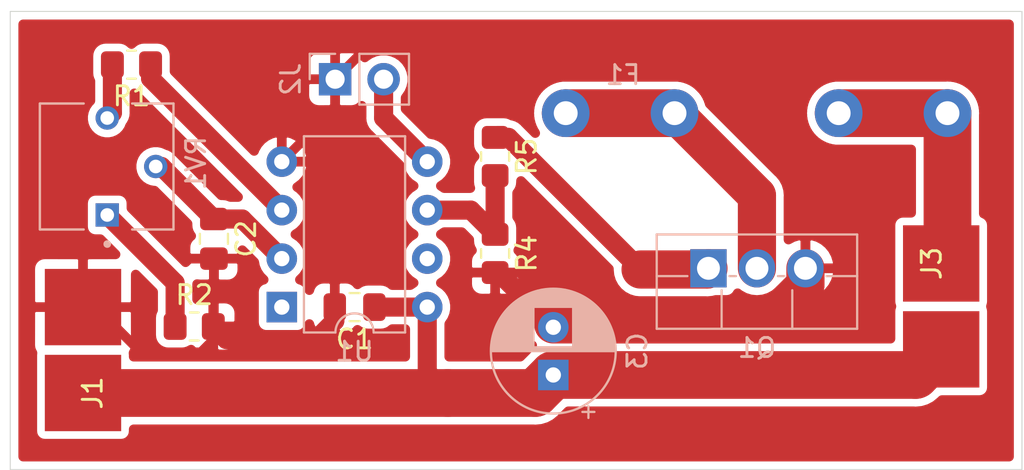
<source format=kicad_pcb>
(kicad_pcb (version 20171130) (host pcbnew 5.99.0+really5.1.12+dfsg1-1)

  (general
    (thickness 1.6)
    (drawings 4)
    (tracks 56)
    (zones 0)
    (modules 14)
    (nets 14)
  )

  (page A4)
  (layers
    (0 F.Cu signal)
    (31 B.Cu signal)
    (32 B.Adhes user)
    (33 F.Adhes user)
    (34 B.Paste user)
    (35 F.Paste user)
    (36 B.SilkS user)
    (37 F.SilkS user)
    (38 B.Mask user)
    (39 F.Mask user)
    (40 Dwgs.User user)
    (41 Cmts.User user)
    (42 Eco1.User user)
    (43 Eco2.User user)
    (44 Edge.Cuts user)
    (45 Margin user)
    (46 B.CrtYd user)
    (47 F.CrtYd user)
    (48 B.Fab user)
    (49 F.Fab user)
  )

  (setup
    (last_trace_width 1)
    (user_trace_width 1)
    (user_trace_width 2)
    (user_trace_width 2.5)
    (trace_clearance 0.4)
    (zone_clearance 0.508)
    (zone_45_only no)
    (trace_min 0.2)
    (via_size 1.1)
    (via_drill 0.7)
    (via_min_size 0.4)
    (via_min_drill 0.3)
    (uvia_size 0.3)
    (uvia_drill 0.1)
    (uvias_allowed no)
    (uvia_min_size 0.2)
    (uvia_min_drill 0.1)
    (edge_width 0.05)
    (segment_width 0.2)
    (pcb_text_width 0.3)
    (pcb_text_size 1.5 1.5)
    (mod_edge_width 0.12)
    (mod_text_size 1 1)
    (mod_text_width 0.15)
    (pad_size 1.524 1.524)
    (pad_drill 0.762)
    (pad_to_mask_clearance 0)
    (aux_axis_origin 126 94)
    (visible_elements FFFFFF7F)
    (pcbplotparams
      (layerselection 0x01000_7fffffff)
      (usegerberextensions false)
      (usegerberattributes true)
      (usegerberadvancedattributes true)
      (creategerberjobfile true)
      (excludeedgelayer true)
      (linewidth 0.100000)
      (plotframeref false)
      (viasonmask false)
      (mode 1)
      (useauxorigin false)
      (hpglpennumber 1)
      (hpglpenspeed 20)
      (hpglpendiameter 15.000000)
      (psnegative false)
      (psa4output false)
      (plotreference true)
      (plotvalue true)
      (plotinvisibletext false)
      (padsonsilk false)
      (subtractmaskfromsilk false)
      (outputformat 1)
      (mirror false)
      (drillshape 0)
      (scaleselection 1)
      (outputdirectory ""))
  )

  (net 0 "")
  (net 1 GND)
  (net 2 "Net-(C1-Pad1)")
  (net 3 "Net-(C2-Pad1)")
  (net 4 "Net-(F1-Pad1)")
  (net 5 "Net-(F1-Pad2)")
  (net 6 "Net-(J2-Pad2)")
  (net 7 "Net-(Q1-Pad1)")
  (net 8 "Net-(R1-Pad1)")
  (net 9 "Net-(R1-Pad2)")
  (net 10 "Net-(R2-Pad1)")
  (net 11 "Net-(R4-Pad1)")
  (net 12 "Net-(U1-Pad1)")
  (net 13 "Net-(U1-Pad7)")

  (net_class Default "This is the default net class."
    (clearance 0.4)
    (trace_width 0.5)
    (via_dia 1.1)
    (via_drill 0.7)
    (uvia_dia 0.3)
    (uvia_drill 0.1)
    (add_net GND)
    (add_net "Net-(C1-Pad1)")
    (add_net "Net-(C2-Pad1)")
    (add_net "Net-(F1-Pad1)")
    (add_net "Net-(F1-Pad2)")
    (add_net "Net-(J2-Pad2)")
    (add_net "Net-(Q1-Pad1)")
    (add_net "Net-(R1-Pad1)")
    (add_net "Net-(R1-Pad2)")
    (add_net "Net-(R2-Pad1)")
    (add_net "Net-(R4-Pad1)")
    (add_net "Net-(U1-Pad1)")
    (add_net "Net-(U1-Pad7)")
  )

  (module Resistor_SMD:R_0805_2012Metric_Pad1.20x1.40mm_HandSolder (layer F.Cu) (tedit 5F68FEEE) (tstamp 61D3B837)
    (at 152.4 102.6 270)
    (descr "Resistor SMD 0805 (2012 Metric), square (rectangular) end terminal, IPC_7351 nominal with elongated pad for handsoldering. (Body size source: IPC-SM-782 page 72, https://www.pcb-3d.com/wordpress/wp-content/uploads/ipc-sm-782a_amendment_1_and_2.pdf), generated with kicad-footprint-generator")
    (tags "resistor handsolder")
    (path /61D38A22)
    (attr smd)
    (fp_text reference R5 (at 0 -1.65 90) (layer F.SilkS)
      (effects (font (size 1 1) (thickness 0.15)))
    )
    (fp_text value 1k (at 0 1.65 90) (layer F.Fab)
      (effects (font (size 1 1) (thickness 0.15)))
    )
    (fp_line (start 1.85 0.95) (end -1.85 0.95) (layer F.CrtYd) (width 0.05))
    (fp_line (start 1.85 -0.95) (end 1.85 0.95) (layer F.CrtYd) (width 0.05))
    (fp_line (start -1.85 -0.95) (end 1.85 -0.95) (layer F.CrtYd) (width 0.05))
    (fp_line (start -1.85 0.95) (end -1.85 -0.95) (layer F.CrtYd) (width 0.05))
    (fp_line (start -0.227064 0.735) (end 0.227064 0.735) (layer F.SilkS) (width 0.12))
    (fp_line (start -0.227064 -0.735) (end 0.227064 -0.735) (layer F.SilkS) (width 0.12))
    (fp_line (start 1 0.625) (end -1 0.625) (layer F.Fab) (width 0.1))
    (fp_line (start 1 -0.625) (end 1 0.625) (layer F.Fab) (width 0.1))
    (fp_line (start -1 -0.625) (end 1 -0.625) (layer F.Fab) (width 0.1))
    (fp_line (start -1 0.625) (end -1 -0.625) (layer F.Fab) (width 0.1))
    (fp_text user %R (at 0 0 90) (layer F.Fab)
      (effects (font (size 0.5 0.5) (thickness 0.08)))
    )
    (pad 2 smd roundrect (at 1 0 270) (size 1.2 1.4) (layers F.Cu F.Paste F.Mask) (roundrect_rratio 0.2083325)
      (net 11 "Net-(R4-Pad1)"))
    (pad 1 smd roundrect (at -1 0 270) (size 1.2 1.4) (layers F.Cu F.Paste F.Mask) (roundrect_rratio 0.2083325)
      (net 7 "Net-(Q1-Pad1)"))
    (model ${KISYS3DMOD}/Resistor_SMD.3dshapes/R_0805_2012Metric.wrl
      (at (xyz 0 0 0))
      (scale (xyz 1 1 1))
      (rotate (xyz 0 0 0))
    )
  )

  (module Capacitor_SMD:C_0805_2012Metric_Pad1.18x1.45mm_HandSolder (layer F.Cu) (tedit 5F68FEEF) (tstamp 61D3B6FB)
    (at 145.0375 110.49 180)
    (descr "Capacitor SMD 0805 (2012 Metric), square (rectangular) end terminal, IPC_7351 nominal with elongated pad for handsoldering. (Body size source: IPC-SM-782 page 76, https://www.pcb-3d.com/wordpress/wp-content/uploads/ipc-sm-782a_amendment_1_and_2.pdf, https://docs.google.com/spreadsheets/d/1BsfQQcO9C6DZCsRaXUlFlo91Tg2WpOkGARC1WS5S8t0/edit?usp=sharing), generated with kicad-footprint-generator")
    (tags "capacitor handsolder")
    (path /61D7C2CA)
    (attr smd)
    (fp_text reference C1 (at 0 -1.68) (layer F.SilkS)
      (effects (font (size 1 1) (thickness 0.15)))
    )
    (fp_text value 1u (at 0 1.68) (layer F.Fab)
      (effects (font (size 1 1) (thickness 0.15)))
    )
    (fp_line (start 1.88 0.98) (end -1.88 0.98) (layer F.CrtYd) (width 0.05))
    (fp_line (start 1.88 -0.98) (end 1.88 0.98) (layer F.CrtYd) (width 0.05))
    (fp_line (start -1.88 -0.98) (end 1.88 -0.98) (layer F.CrtYd) (width 0.05))
    (fp_line (start -1.88 0.98) (end -1.88 -0.98) (layer F.CrtYd) (width 0.05))
    (fp_line (start -0.261252 0.735) (end 0.261252 0.735) (layer F.SilkS) (width 0.12))
    (fp_line (start -0.261252 -0.735) (end 0.261252 -0.735) (layer F.SilkS) (width 0.12))
    (fp_line (start 1 0.625) (end -1 0.625) (layer F.Fab) (width 0.1))
    (fp_line (start 1 -0.625) (end 1 0.625) (layer F.Fab) (width 0.1))
    (fp_line (start -1 -0.625) (end 1 -0.625) (layer F.Fab) (width 0.1))
    (fp_line (start -1 0.625) (end -1 -0.625) (layer F.Fab) (width 0.1))
    (fp_text user %R (at 0 0) (layer F.Fab)
      (effects (font (size 0.5 0.5) (thickness 0.08)))
    )
    (pad 2 smd roundrect (at 1.0375 0 180) (size 1.175 1.45) (layers F.Cu F.Paste F.Mask) (roundrect_rratio 0.2127659574468085)
      (net 1 GND))
    (pad 1 smd roundrect (at -1.0375 0 180) (size 1.175 1.45) (layers F.Cu F.Paste F.Mask) (roundrect_rratio 0.2127659574468085)
      (net 2 "Net-(C1-Pad1)"))
    (model ${KISYS3DMOD}/Capacitor_SMD.3dshapes/C_0805_2012Metric.wrl
      (at (xyz 0 0 0))
      (scale (xyz 1 1 1))
      (rotate (xyz 0 0 0))
    )
  )

  (module Capacitor_SMD:C_0805_2012Metric_Pad1.18x1.45mm_HandSolder (layer F.Cu) (tedit 5F68FEEF) (tstamp 61D3B70C)
    (at 137.668 106.9125 270)
    (descr "Capacitor SMD 0805 (2012 Metric), square (rectangular) end terminal, IPC_7351 nominal with elongated pad for handsoldering. (Body size source: IPC-SM-782 page 76, https://www.pcb-3d.com/wordpress/wp-content/uploads/ipc-sm-782a_amendment_1_and_2.pdf, https://docs.google.com/spreadsheets/d/1BsfQQcO9C6DZCsRaXUlFlo91Tg2WpOkGARC1WS5S8t0/edit?usp=sharing), generated with kicad-footprint-generator")
    (tags "capacitor handsolder")
    (path /61D493B9)
    (attr smd)
    (fp_text reference C2 (at 0 -1.68 90) (layer F.SilkS)
      (effects (font (size 1 1) (thickness 0.15)))
    )
    (fp_text value 1u (at 0 1.68 90) (layer F.Fab)
      (effects (font (size 1 1) (thickness 0.15)))
    )
    (fp_line (start -1 0.625) (end -1 -0.625) (layer F.Fab) (width 0.1))
    (fp_line (start -1 -0.625) (end 1 -0.625) (layer F.Fab) (width 0.1))
    (fp_line (start 1 -0.625) (end 1 0.625) (layer F.Fab) (width 0.1))
    (fp_line (start 1 0.625) (end -1 0.625) (layer F.Fab) (width 0.1))
    (fp_line (start -0.261252 -0.735) (end 0.261252 -0.735) (layer F.SilkS) (width 0.12))
    (fp_line (start -0.261252 0.735) (end 0.261252 0.735) (layer F.SilkS) (width 0.12))
    (fp_line (start -1.88 0.98) (end -1.88 -0.98) (layer F.CrtYd) (width 0.05))
    (fp_line (start -1.88 -0.98) (end 1.88 -0.98) (layer F.CrtYd) (width 0.05))
    (fp_line (start 1.88 -0.98) (end 1.88 0.98) (layer F.CrtYd) (width 0.05))
    (fp_line (start 1.88 0.98) (end -1.88 0.98) (layer F.CrtYd) (width 0.05))
    (fp_text user %R (at 0 0 90) (layer F.Fab)
      (effects (font (size 0.5 0.5) (thickness 0.08)))
    )
    (pad 1 smd roundrect (at -1.0375 0 270) (size 1.175 1.45) (layers F.Cu F.Paste F.Mask) (roundrect_rratio 0.2127659574468085)
      (net 3 "Net-(C2-Pad1)"))
    (pad 2 smd roundrect (at 1.0375 0 270) (size 1.175 1.45) (layers F.Cu F.Paste F.Mask) (roundrect_rratio 0.2127659574468085)
      (net 1 GND))
    (model ${KISYS3DMOD}/Capacitor_SMD.3dshapes/C_0805_2012Metric.wrl
      (at (xyz 0 0 0))
      (scale (xyz 1 1 1))
      (rotate (xyz 0 0 0))
    )
  )

  (module Capacitor_THT:CP_Radial_D6.3mm_P2.50mm (layer B.Cu) (tedit 5AE50EF0) (tstamp 61D3B7A0)
    (at 155.448 114.046 90)
    (descr "CP, Radial series, Radial, pin pitch=2.50mm, , diameter=6.3mm, Electrolytic Capacitor")
    (tags "CP Radial series Radial pin pitch 2.50mm  diameter 6.3mm Electrolytic Capacitor")
    (path /61D7E427)
    (fp_text reference C3 (at 1.25 4.4 90) (layer B.SilkS)
      (effects (font (size 1 1) (thickness 0.15)) (justify mirror))
    )
    (fp_text value 220u (at 1.25 -4.4 90) (layer B.Fab)
      (effects (font (size 1 1) (thickness 0.15)) (justify mirror))
    )
    (fp_circle (center 1.25 0) (end 4.4 0) (layer B.Fab) (width 0.1))
    (fp_circle (center 1.25 0) (end 4.52 0) (layer B.SilkS) (width 0.12))
    (fp_circle (center 1.25 0) (end 4.65 0) (layer B.CrtYd) (width 0.05))
    (fp_line (start -1.443972 1.3735) (end -0.813972 1.3735) (layer B.Fab) (width 0.1))
    (fp_line (start -1.128972 1.6885) (end -1.128972 1.0585) (layer B.Fab) (width 0.1))
    (fp_line (start 1.25 3.23) (end 1.25 -3.23) (layer B.SilkS) (width 0.12))
    (fp_line (start 1.29 3.23) (end 1.29 -3.23) (layer B.SilkS) (width 0.12))
    (fp_line (start 1.33 3.23) (end 1.33 -3.23) (layer B.SilkS) (width 0.12))
    (fp_line (start 1.37 3.228) (end 1.37 -3.228) (layer B.SilkS) (width 0.12))
    (fp_line (start 1.41 3.227) (end 1.41 -3.227) (layer B.SilkS) (width 0.12))
    (fp_line (start 1.45 3.224) (end 1.45 -3.224) (layer B.SilkS) (width 0.12))
    (fp_line (start 1.49 3.222) (end 1.49 1.04) (layer B.SilkS) (width 0.12))
    (fp_line (start 1.49 -1.04) (end 1.49 -3.222) (layer B.SilkS) (width 0.12))
    (fp_line (start 1.53 3.218) (end 1.53 1.04) (layer B.SilkS) (width 0.12))
    (fp_line (start 1.53 -1.04) (end 1.53 -3.218) (layer B.SilkS) (width 0.12))
    (fp_line (start 1.57 3.215) (end 1.57 1.04) (layer B.SilkS) (width 0.12))
    (fp_line (start 1.57 -1.04) (end 1.57 -3.215) (layer B.SilkS) (width 0.12))
    (fp_line (start 1.61 3.211) (end 1.61 1.04) (layer B.SilkS) (width 0.12))
    (fp_line (start 1.61 -1.04) (end 1.61 -3.211) (layer B.SilkS) (width 0.12))
    (fp_line (start 1.65 3.206) (end 1.65 1.04) (layer B.SilkS) (width 0.12))
    (fp_line (start 1.65 -1.04) (end 1.65 -3.206) (layer B.SilkS) (width 0.12))
    (fp_line (start 1.69 3.201) (end 1.69 1.04) (layer B.SilkS) (width 0.12))
    (fp_line (start 1.69 -1.04) (end 1.69 -3.201) (layer B.SilkS) (width 0.12))
    (fp_line (start 1.73 3.195) (end 1.73 1.04) (layer B.SilkS) (width 0.12))
    (fp_line (start 1.73 -1.04) (end 1.73 -3.195) (layer B.SilkS) (width 0.12))
    (fp_line (start 1.77 3.189) (end 1.77 1.04) (layer B.SilkS) (width 0.12))
    (fp_line (start 1.77 -1.04) (end 1.77 -3.189) (layer B.SilkS) (width 0.12))
    (fp_line (start 1.81 3.182) (end 1.81 1.04) (layer B.SilkS) (width 0.12))
    (fp_line (start 1.81 -1.04) (end 1.81 -3.182) (layer B.SilkS) (width 0.12))
    (fp_line (start 1.85 3.175) (end 1.85 1.04) (layer B.SilkS) (width 0.12))
    (fp_line (start 1.85 -1.04) (end 1.85 -3.175) (layer B.SilkS) (width 0.12))
    (fp_line (start 1.89 3.167) (end 1.89 1.04) (layer B.SilkS) (width 0.12))
    (fp_line (start 1.89 -1.04) (end 1.89 -3.167) (layer B.SilkS) (width 0.12))
    (fp_line (start 1.93 3.159) (end 1.93 1.04) (layer B.SilkS) (width 0.12))
    (fp_line (start 1.93 -1.04) (end 1.93 -3.159) (layer B.SilkS) (width 0.12))
    (fp_line (start 1.971 3.15) (end 1.971 1.04) (layer B.SilkS) (width 0.12))
    (fp_line (start 1.971 -1.04) (end 1.971 -3.15) (layer B.SilkS) (width 0.12))
    (fp_line (start 2.011 3.141) (end 2.011 1.04) (layer B.SilkS) (width 0.12))
    (fp_line (start 2.011 -1.04) (end 2.011 -3.141) (layer B.SilkS) (width 0.12))
    (fp_line (start 2.051 3.131) (end 2.051 1.04) (layer B.SilkS) (width 0.12))
    (fp_line (start 2.051 -1.04) (end 2.051 -3.131) (layer B.SilkS) (width 0.12))
    (fp_line (start 2.091 3.121) (end 2.091 1.04) (layer B.SilkS) (width 0.12))
    (fp_line (start 2.091 -1.04) (end 2.091 -3.121) (layer B.SilkS) (width 0.12))
    (fp_line (start 2.131 3.11) (end 2.131 1.04) (layer B.SilkS) (width 0.12))
    (fp_line (start 2.131 -1.04) (end 2.131 -3.11) (layer B.SilkS) (width 0.12))
    (fp_line (start 2.171 3.098) (end 2.171 1.04) (layer B.SilkS) (width 0.12))
    (fp_line (start 2.171 -1.04) (end 2.171 -3.098) (layer B.SilkS) (width 0.12))
    (fp_line (start 2.211 3.086) (end 2.211 1.04) (layer B.SilkS) (width 0.12))
    (fp_line (start 2.211 -1.04) (end 2.211 -3.086) (layer B.SilkS) (width 0.12))
    (fp_line (start 2.251 3.074) (end 2.251 1.04) (layer B.SilkS) (width 0.12))
    (fp_line (start 2.251 -1.04) (end 2.251 -3.074) (layer B.SilkS) (width 0.12))
    (fp_line (start 2.291 3.061) (end 2.291 1.04) (layer B.SilkS) (width 0.12))
    (fp_line (start 2.291 -1.04) (end 2.291 -3.061) (layer B.SilkS) (width 0.12))
    (fp_line (start 2.331 3.047) (end 2.331 1.04) (layer B.SilkS) (width 0.12))
    (fp_line (start 2.331 -1.04) (end 2.331 -3.047) (layer B.SilkS) (width 0.12))
    (fp_line (start 2.371 3.033) (end 2.371 1.04) (layer B.SilkS) (width 0.12))
    (fp_line (start 2.371 -1.04) (end 2.371 -3.033) (layer B.SilkS) (width 0.12))
    (fp_line (start 2.411 3.018) (end 2.411 1.04) (layer B.SilkS) (width 0.12))
    (fp_line (start 2.411 -1.04) (end 2.411 -3.018) (layer B.SilkS) (width 0.12))
    (fp_line (start 2.451 3.002) (end 2.451 1.04) (layer B.SilkS) (width 0.12))
    (fp_line (start 2.451 -1.04) (end 2.451 -3.002) (layer B.SilkS) (width 0.12))
    (fp_line (start 2.491 2.986) (end 2.491 1.04) (layer B.SilkS) (width 0.12))
    (fp_line (start 2.491 -1.04) (end 2.491 -2.986) (layer B.SilkS) (width 0.12))
    (fp_line (start 2.531 2.97) (end 2.531 1.04) (layer B.SilkS) (width 0.12))
    (fp_line (start 2.531 -1.04) (end 2.531 -2.97) (layer B.SilkS) (width 0.12))
    (fp_line (start 2.571 2.952) (end 2.571 1.04) (layer B.SilkS) (width 0.12))
    (fp_line (start 2.571 -1.04) (end 2.571 -2.952) (layer B.SilkS) (width 0.12))
    (fp_line (start 2.611 2.934) (end 2.611 1.04) (layer B.SilkS) (width 0.12))
    (fp_line (start 2.611 -1.04) (end 2.611 -2.934) (layer B.SilkS) (width 0.12))
    (fp_line (start 2.651 2.916) (end 2.651 1.04) (layer B.SilkS) (width 0.12))
    (fp_line (start 2.651 -1.04) (end 2.651 -2.916) (layer B.SilkS) (width 0.12))
    (fp_line (start 2.691 2.896) (end 2.691 1.04) (layer B.SilkS) (width 0.12))
    (fp_line (start 2.691 -1.04) (end 2.691 -2.896) (layer B.SilkS) (width 0.12))
    (fp_line (start 2.731 2.876) (end 2.731 1.04) (layer B.SilkS) (width 0.12))
    (fp_line (start 2.731 -1.04) (end 2.731 -2.876) (layer B.SilkS) (width 0.12))
    (fp_line (start 2.771 2.856) (end 2.771 1.04) (layer B.SilkS) (width 0.12))
    (fp_line (start 2.771 -1.04) (end 2.771 -2.856) (layer B.SilkS) (width 0.12))
    (fp_line (start 2.811 2.834) (end 2.811 1.04) (layer B.SilkS) (width 0.12))
    (fp_line (start 2.811 -1.04) (end 2.811 -2.834) (layer B.SilkS) (width 0.12))
    (fp_line (start 2.851 2.812) (end 2.851 1.04) (layer B.SilkS) (width 0.12))
    (fp_line (start 2.851 -1.04) (end 2.851 -2.812) (layer B.SilkS) (width 0.12))
    (fp_line (start 2.891 2.79) (end 2.891 1.04) (layer B.SilkS) (width 0.12))
    (fp_line (start 2.891 -1.04) (end 2.891 -2.79) (layer B.SilkS) (width 0.12))
    (fp_line (start 2.931 2.766) (end 2.931 1.04) (layer B.SilkS) (width 0.12))
    (fp_line (start 2.931 -1.04) (end 2.931 -2.766) (layer B.SilkS) (width 0.12))
    (fp_line (start 2.971 2.742) (end 2.971 1.04) (layer B.SilkS) (width 0.12))
    (fp_line (start 2.971 -1.04) (end 2.971 -2.742) (layer B.SilkS) (width 0.12))
    (fp_line (start 3.011 2.716) (end 3.011 1.04) (layer B.SilkS) (width 0.12))
    (fp_line (start 3.011 -1.04) (end 3.011 -2.716) (layer B.SilkS) (width 0.12))
    (fp_line (start 3.051 2.69) (end 3.051 1.04) (layer B.SilkS) (width 0.12))
    (fp_line (start 3.051 -1.04) (end 3.051 -2.69) (layer B.SilkS) (width 0.12))
    (fp_line (start 3.091 2.664) (end 3.091 1.04) (layer B.SilkS) (width 0.12))
    (fp_line (start 3.091 -1.04) (end 3.091 -2.664) (layer B.SilkS) (width 0.12))
    (fp_line (start 3.131 2.636) (end 3.131 1.04) (layer B.SilkS) (width 0.12))
    (fp_line (start 3.131 -1.04) (end 3.131 -2.636) (layer B.SilkS) (width 0.12))
    (fp_line (start 3.171 2.607) (end 3.171 1.04) (layer B.SilkS) (width 0.12))
    (fp_line (start 3.171 -1.04) (end 3.171 -2.607) (layer B.SilkS) (width 0.12))
    (fp_line (start 3.211 2.578) (end 3.211 1.04) (layer B.SilkS) (width 0.12))
    (fp_line (start 3.211 -1.04) (end 3.211 -2.578) (layer B.SilkS) (width 0.12))
    (fp_line (start 3.251 2.548) (end 3.251 1.04) (layer B.SilkS) (width 0.12))
    (fp_line (start 3.251 -1.04) (end 3.251 -2.548) (layer B.SilkS) (width 0.12))
    (fp_line (start 3.291 2.516) (end 3.291 1.04) (layer B.SilkS) (width 0.12))
    (fp_line (start 3.291 -1.04) (end 3.291 -2.516) (layer B.SilkS) (width 0.12))
    (fp_line (start 3.331 2.484) (end 3.331 1.04) (layer B.SilkS) (width 0.12))
    (fp_line (start 3.331 -1.04) (end 3.331 -2.484) (layer B.SilkS) (width 0.12))
    (fp_line (start 3.371 2.45) (end 3.371 1.04) (layer B.SilkS) (width 0.12))
    (fp_line (start 3.371 -1.04) (end 3.371 -2.45) (layer B.SilkS) (width 0.12))
    (fp_line (start 3.411 2.416) (end 3.411 1.04) (layer B.SilkS) (width 0.12))
    (fp_line (start 3.411 -1.04) (end 3.411 -2.416) (layer B.SilkS) (width 0.12))
    (fp_line (start 3.451 2.38) (end 3.451 1.04) (layer B.SilkS) (width 0.12))
    (fp_line (start 3.451 -1.04) (end 3.451 -2.38) (layer B.SilkS) (width 0.12))
    (fp_line (start 3.491 2.343) (end 3.491 1.04) (layer B.SilkS) (width 0.12))
    (fp_line (start 3.491 -1.04) (end 3.491 -2.343) (layer B.SilkS) (width 0.12))
    (fp_line (start 3.531 2.305) (end 3.531 1.04) (layer B.SilkS) (width 0.12))
    (fp_line (start 3.531 -1.04) (end 3.531 -2.305) (layer B.SilkS) (width 0.12))
    (fp_line (start 3.571 2.265) (end 3.571 -2.265) (layer B.SilkS) (width 0.12))
    (fp_line (start 3.611 2.224) (end 3.611 -2.224) (layer B.SilkS) (width 0.12))
    (fp_line (start 3.651 2.182) (end 3.651 -2.182) (layer B.SilkS) (width 0.12))
    (fp_line (start 3.691 2.137) (end 3.691 -2.137) (layer B.SilkS) (width 0.12))
    (fp_line (start 3.731 2.092) (end 3.731 -2.092) (layer B.SilkS) (width 0.12))
    (fp_line (start 3.771 2.044) (end 3.771 -2.044) (layer B.SilkS) (width 0.12))
    (fp_line (start 3.811 1.995) (end 3.811 -1.995) (layer B.SilkS) (width 0.12))
    (fp_line (start 3.851 1.944) (end 3.851 -1.944) (layer B.SilkS) (width 0.12))
    (fp_line (start 3.891 1.89) (end 3.891 -1.89) (layer B.SilkS) (width 0.12))
    (fp_line (start 3.931 1.834) (end 3.931 -1.834) (layer B.SilkS) (width 0.12))
    (fp_line (start 3.971 1.776) (end 3.971 -1.776) (layer B.SilkS) (width 0.12))
    (fp_line (start 4.011 1.714) (end 4.011 -1.714) (layer B.SilkS) (width 0.12))
    (fp_line (start 4.051 1.65) (end 4.051 -1.65) (layer B.SilkS) (width 0.12))
    (fp_line (start 4.091 1.581) (end 4.091 -1.581) (layer B.SilkS) (width 0.12))
    (fp_line (start 4.131 1.509) (end 4.131 -1.509) (layer B.SilkS) (width 0.12))
    (fp_line (start 4.171 1.432) (end 4.171 -1.432) (layer B.SilkS) (width 0.12))
    (fp_line (start 4.211 1.35) (end 4.211 -1.35) (layer B.SilkS) (width 0.12))
    (fp_line (start 4.251 1.262) (end 4.251 -1.262) (layer B.SilkS) (width 0.12))
    (fp_line (start 4.291 1.165) (end 4.291 -1.165) (layer B.SilkS) (width 0.12))
    (fp_line (start 4.331 1.059) (end 4.331 -1.059) (layer B.SilkS) (width 0.12))
    (fp_line (start 4.371 0.94) (end 4.371 -0.94) (layer B.SilkS) (width 0.12))
    (fp_line (start 4.411 0.802) (end 4.411 -0.802) (layer B.SilkS) (width 0.12))
    (fp_line (start 4.451 0.633) (end 4.451 -0.633) (layer B.SilkS) (width 0.12))
    (fp_line (start 4.491 0.402) (end 4.491 -0.402) (layer B.SilkS) (width 0.12))
    (fp_line (start -2.250241 1.839) (end -1.620241 1.839) (layer B.SilkS) (width 0.12))
    (fp_line (start -1.935241 2.154) (end -1.935241 1.524) (layer B.SilkS) (width 0.12))
    (fp_text user %R (at 1.25 0 90) (layer B.Fab)
      (effects (font (size 1 1) (thickness 0.15)) (justify mirror))
    )
    (pad 1 thru_hole rect (at 0 0 90) (size 1.6 1.6) (drill 0.8) (layers *.Cu *.Mask)
      (net 2 "Net-(C1-Pad1)"))
    (pad 2 thru_hole circle (at 2.5 0 90) (size 1.6 1.6) (drill 0.8) (layers *.Cu *.Mask)
      (net 1 GND))
    (model ${KISYS3DMOD}/Capacitor_THT.3dshapes/CP_Radial_D6.3mm_P2.50mm.wrl
      (at (xyz 0 0 0))
      (scale (xyz 1 1 1))
      (rotate (xyz 0 0 0))
    )
  )

  (module "Matts Library:5x20_Fuse_Holder_Two_Part_THT" (layer B.Cu) (tedit 61D34B73) (tstamp 61D3B7AC)
    (at 156.098 100.33)
    (path /61D56D87)
    (fp_text reference F1 (at 3 -2) (layer B.SilkS)
      (effects (font (size 1 1) (thickness 0.15)) (justify mirror))
    )
    (fp_text value Fuse (at 10 2) (layer B.Fab)
      (effects (font (size 1 1) (thickness 0.15)) (justify mirror))
    )
    (fp_line (start -2 -3) (end 22 -3) (layer B.CrtYd) (width 0.12))
    (fp_line (start 22 -3) (end 22 3) (layer B.CrtYd) (width 0.12))
    (fp_line (start 22 3) (end -2 3) (layer B.CrtYd) (width 0.12))
    (fp_line (start -2 3) (end -2 -3) (layer B.CrtYd) (width 0.12))
    (pad 1 thru_hole circle (at 0 0) (size 2.5 2.5) (drill 1.25) (layers *.Cu *.Mask)
      (net 4 "Net-(F1-Pad1)"))
    (pad 1 thru_hole circle (at 5.7 0) (size 2.5 2.5) (drill 1.25) (layers *.Cu *.Mask)
      (net 4 "Net-(F1-Pad1)"))
    (pad 2 thru_hole circle (at 14.3 0) (size 2.5 2.5) (drill 1.25) (layers *.Cu *.Mask)
      (net 5 "Net-(F1-Pad2)"))
    (pad 2 thru_hole circle (at 20 0) (size 2.5 2.5) (drill 1.25) (layers *.Cu *.Mask)
      (net 5 "Net-(F1-Pad2)"))
  )

  (module "Matts Library:SMD_Pad_1x02_4mm" (layer F.Cu) (tedit 61D34CC7) (tstamp 61D3B7B6)
    (at 130.81 114.99 90)
    (path /61D4F301)
    (fp_text reference J1 (at 0 0.5 90) (layer F.SilkS)
      (effects (font (size 1 1) (thickness 0.15)))
    )
    (fp_text value Input (at 3 -3.5 90) (layer F.Fab)
      (effects (font (size 1 1) (thickness 0.15)))
    )
    (fp_line (start -2.5 -2.5) (end 7 -2.5) (layer F.CrtYd) (width 0.12))
    (fp_line (start 7 -2.5) (end 7 2.5) (layer F.CrtYd) (width 0.12))
    (fp_line (start 7 2.5) (end -2.5 2.5) (layer F.CrtYd) (width 0.12))
    (fp_line (start -2.5 2.5) (end -2.5 -2.5) (layer F.CrtYd) (width 0.12))
    (pad 1 smd rect (at 0 0 90) (size 4 4) (layers F.Cu F.Paste F.Mask)
      (net 2 "Net-(C1-Pad1)"))
    (pad 2 smd rect (at 4.5 0 90) (size 4 4) (layers F.Cu F.Paste F.Mask)
      (net 1 GND))
  )

  (module Connector_PinHeader_2.54mm:PinHeader_1x02_P2.54mm_Vertical (layer B.Cu) (tedit 59FED5CC) (tstamp 61D3B7CC)
    (at 144.018 98.552 270)
    (descr "Through hole straight pin header, 1x02, 2.54mm pitch, single row")
    (tags "Through hole pin header THT 1x02 2.54mm single row")
    (path /61D53492)
    (fp_text reference J2 (at 0 2.33 270) (layer B.SilkS)
      (effects (font (size 1 1) (thickness 0.15)) (justify mirror))
    )
    (fp_text value "Calibrate Jumper" (at -3.302 -0.762 180) (layer B.Fab)
      (effects (font (size 1 1) (thickness 0.15)) (justify mirror))
    )
    (fp_line (start -0.635 1.27) (end 1.27 1.27) (layer B.Fab) (width 0.1))
    (fp_line (start 1.27 1.27) (end 1.27 -3.81) (layer B.Fab) (width 0.1))
    (fp_line (start 1.27 -3.81) (end -1.27 -3.81) (layer B.Fab) (width 0.1))
    (fp_line (start -1.27 -3.81) (end -1.27 0.635) (layer B.Fab) (width 0.1))
    (fp_line (start -1.27 0.635) (end -0.635 1.27) (layer B.Fab) (width 0.1))
    (fp_line (start -1.33 -3.87) (end 1.33 -3.87) (layer B.SilkS) (width 0.12))
    (fp_line (start -1.33 -1.27) (end -1.33 -3.87) (layer B.SilkS) (width 0.12))
    (fp_line (start 1.33 -1.27) (end 1.33 -3.87) (layer B.SilkS) (width 0.12))
    (fp_line (start -1.33 -1.27) (end 1.33 -1.27) (layer B.SilkS) (width 0.12))
    (fp_line (start -1.33 0) (end -1.33 1.33) (layer B.SilkS) (width 0.12))
    (fp_line (start -1.33 1.33) (end 0 1.33) (layer B.SilkS) (width 0.12))
    (fp_line (start -1.8 1.8) (end -1.8 -4.35) (layer B.CrtYd) (width 0.05))
    (fp_line (start -1.8 -4.35) (end 1.8 -4.35) (layer B.CrtYd) (width 0.05))
    (fp_line (start 1.8 -4.35) (end 1.8 1.8) (layer B.CrtYd) (width 0.05))
    (fp_line (start 1.8 1.8) (end -1.8 1.8) (layer B.CrtYd) (width 0.05))
    (fp_text user %R (at 0 -1.27) (layer B.Fab)
      (effects (font (size 1 1) (thickness 0.15)) (justify mirror))
    )
    (pad 1 thru_hole rect (at 0 0 270) (size 1.7 1.7) (drill 1) (layers *.Cu *.Mask)
      (net 1 GND))
    (pad 2 thru_hole oval (at 0 -2.54 270) (size 1.7 1.7) (drill 1) (layers *.Cu *.Mask)
      (net 6 "Net-(J2-Pad2)"))
    (model ${KISYS3DMOD}/Connector_PinHeader_2.54mm.3dshapes/PinHeader_1x02_P2.54mm_Vertical.wrl
      (at (xyz 0 0 0))
      (scale (xyz 1 1 1))
      (rotate (xyz 0 0 0))
    )
  )

  (module "Matts Library:SMD_Pad_1x02_4mm" (layer F.Cu) (tedit 61D34CC7) (tstamp 61D3B7D6)
    (at 175.768 108.204 270)
    (path /61D50F6D)
    (fp_text reference J3 (at 0 0.5 90) (layer F.SilkS)
      (effects (font (size 1 1) (thickness 0.15)))
    )
    (fp_text value Output (at 3 -3.5 90) (layer F.Fab)
      (effects (font (size 1 1) (thickness 0.15)))
    )
    (fp_line (start -2.5 2.5) (end -2.5 -2.5) (layer F.CrtYd) (width 0.12))
    (fp_line (start 7 2.5) (end -2.5 2.5) (layer F.CrtYd) (width 0.12))
    (fp_line (start 7 -2.5) (end 7 2.5) (layer F.CrtYd) (width 0.12))
    (fp_line (start -2.5 -2.5) (end 7 -2.5) (layer F.CrtYd) (width 0.12))
    (pad 2 smd rect (at 4.5 0 270) (size 4 4) (layers F.Cu F.Paste F.Mask)
      (net 2 "Net-(C1-Pad1)"))
    (pad 1 smd rect (at 0 0 270) (size 4 4) (layers F.Cu F.Paste F.Mask)
      (net 5 "Net-(F1-Pad2)"))
  )

  (module Package_TO_SOT_THT:TO-220F-3_Vertical (layer B.Cu) (tedit 5AC8BA0D) (tstamp 61D3B7F3)
    (at 163.576 108.458)
    (descr "TO-220F-3, Vertical, RM 2.54mm, see http://www.st.com/resource/en/datasheet/stp20nm60.pdf")
    (tags "TO-220F-3 Vertical RM 2.54mm")
    (path /61D361E7)
    (fp_text reference Q1 (at 2.54 4.1675) (layer B.SilkS)
      (effects (font (size 1 1) (thickness 0.15)) (justify mirror))
    )
    (fp_text value IRLIZ44N (at 2.54 -2.9025) (layer B.Fab)
      (effects (font (size 1 1) (thickness 0.15)) (justify mirror))
    )
    (fp_line (start -2.59 3.0475) (end -2.59 -1.6525) (layer B.Fab) (width 0.1))
    (fp_line (start -2.59 -1.6525) (end 7.67 -1.6525) (layer B.Fab) (width 0.1))
    (fp_line (start 7.67 -1.6525) (end 7.67 3.0475) (layer B.Fab) (width 0.1))
    (fp_line (start 7.67 3.0475) (end -2.59 3.0475) (layer B.Fab) (width 0.1))
    (fp_line (start -2.59 0.5275) (end 7.67 0.5275) (layer B.Fab) (width 0.1))
    (fp_line (start 0.69 3.0475) (end 0.69 0.5275) (layer B.Fab) (width 0.1))
    (fp_line (start 4.39 3.0475) (end 4.39 0.5275) (layer B.Fab) (width 0.1))
    (fp_line (start -2.71 3.168) (end 7.79 3.168) (layer B.SilkS) (width 0.12))
    (fp_line (start -2.71 -1.773) (end 7.79 -1.773) (layer B.SilkS) (width 0.12))
    (fp_line (start -2.71 3.168) (end -2.71 -1.773) (layer B.SilkS) (width 0.12))
    (fp_line (start 7.79 3.168) (end 7.79 -1.773) (layer B.SilkS) (width 0.12))
    (fp_line (start -2.71 0.408) (end -1.103 0.408) (layer B.SilkS) (width 0.12))
    (fp_line (start 1.103 0.408) (end 1.438 0.408) (layer B.SilkS) (width 0.12))
    (fp_line (start 3.643 0.408) (end 3.978 0.408) (layer B.SilkS) (width 0.12))
    (fp_line (start 6.183 0.408) (end 7.79 0.408) (layer B.SilkS) (width 0.12))
    (fp_line (start 0.69 3.168) (end 0.69 1.15) (layer B.SilkS) (width 0.12))
    (fp_line (start 4.391 3.168) (end 4.391 1.15) (layer B.SilkS) (width 0.12))
    (fp_line (start -2.84 3.3) (end -2.84 -1.91) (layer B.CrtYd) (width 0.05))
    (fp_line (start -2.84 -1.91) (end 7.92 -1.91) (layer B.CrtYd) (width 0.05))
    (fp_line (start 7.92 -1.91) (end 7.92 3.3) (layer B.CrtYd) (width 0.05))
    (fp_line (start 7.92 3.3) (end -2.84 3.3) (layer B.CrtYd) (width 0.05))
    (fp_text user %R (at 2.54 4.1675) (layer B.Fab)
      (effects (font (size 1 1) (thickness 0.15)) (justify mirror))
    )
    (pad 1 thru_hole rect (at 0 0) (size 1.905 2) (drill 1.2) (layers *.Cu *.Mask)
      (net 7 "Net-(Q1-Pad1)"))
    (pad 2 thru_hole oval (at 2.54 0) (size 1.905 2) (drill 1.2) (layers *.Cu *.Mask)
      (net 4 "Net-(F1-Pad1)"))
    (pad 3 thru_hole oval (at 5.08 0) (size 1.905 2) (drill 1.2) (layers *.Cu *.Mask)
      (net 1 GND))
    (model ${KISYS3DMOD}/Package_TO_SOT_THT.3dshapes/TO-220F-3_Vertical.wrl
      (at (xyz 0 0 0))
      (scale (xyz 1 1 1))
      (rotate (xyz 0 0 0))
    )
  )

  (module Resistor_SMD:R_0805_2012Metric_Pad1.20x1.40mm_HandSolder (layer F.Cu) (tedit 5F68FEEE) (tstamp 61D3B804)
    (at 133.35 97.79 180)
    (descr "Resistor SMD 0805 (2012 Metric), square (rectangular) end terminal, IPC_7351 nominal with elongated pad for handsoldering. (Body size source: IPC-SM-782 page 72, https://www.pcb-3d.com/wordpress/wp-content/uploads/ipc-sm-782a_amendment_1_and_2.pdf), generated with kicad-footprint-generator")
    (tags "resistor handsolder")
    (path /61D3E8FC)
    (attr smd)
    (fp_text reference R1 (at 0 -1.65) (layer F.SilkS)
      (effects (font (size 1 1) (thickness 0.15)))
    )
    (fp_text value 22k (at 0 1.65) (layer F.Fab)
      (effects (font (size 1 1) (thickness 0.15)))
    )
    (fp_line (start -1 0.625) (end -1 -0.625) (layer F.Fab) (width 0.1))
    (fp_line (start -1 -0.625) (end 1 -0.625) (layer F.Fab) (width 0.1))
    (fp_line (start 1 -0.625) (end 1 0.625) (layer F.Fab) (width 0.1))
    (fp_line (start 1 0.625) (end -1 0.625) (layer F.Fab) (width 0.1))
    (fp_line (start -0.227064 -0.735) (end 0.227064 -0.735) (layer F.SilkS) (width 0.12))
    (fp_line (start -0.227064 0.735) (end 0.227064 0.735) (layer F.SilkS) (width 0.12))
    (fp_line (start -1.85 0.95) (end -1.85 -0.95) (layer F.CrtYd) (width 0.05))
    (fp_line (start -1.85 -0.95) (end 1.85 -0.95) (layer F.CrtYd) (width 0.05))
    (fp_line (start 1.85 -0.95) (end 1.85 0.95) (layer F.CrtYd) (width 0.05))
    (fp_line (start 1.85 0.95) (end -1.85 0.95) (layer F.CrtYd) (width 0.05))
    (fp_text user %R (at 0 0) (layer F.Fab)
      (effects (font (size 0.5 0.5) (thickness 0.08)))
    )
    (pad 1 smd roundrect (at -1 0 180) (size 1.2 1.4) (layers F.Cu F.Paste F.Mask) (roundrect_rratio 0.2083325)
      (net 8 "Net-(R1-Pad1)"))
    (pad 2 smd roundrect (at 1 0 180) (size 1.2 1.4) (layers F.Cu F.Paste F.Mask) (roundrect_rratio 0.2083325)
      (net 9 "Net-(R1-Pad2)"))
    (model ${KISYS3DMOD}/Resistor_SMD.3dshapes/R_0805_2012Metric.wrl
      (at (xyz 0 0 0))
      (scale (xyz 1 1 1))
      (rotate (xyz 0 0 0))
    )
  )

  (module Resistor_SMD:R_0805_2012Metric_Pad1.20x1.40mm_HandSolder (layer F.Cu) (tedit 5F68FEEE) (tstamp 61D3B815)
    (at 136.636 111.506)
    (descr "Resistor SMD 0805 (2012 Metric), square (rectangular) end terminal, IPC_7351 nominal with elongated pad for handsoldering. (Body size source: IPC-SM-782 page 72, https://www.pcb-3d.com/wordpress/wp-content/uploads/ipc-sm-782a_amendment_1_and_2.pdf), generated with kicad-footprint-generator")
    (tags "resistor handsolder")
    (path /61D3ECA1)
    (attr smd)
    (fp_text reference R2 (at 0 -1.65) (layer F.SilkS)
      (effects (font (size 1 1) (thickness 0.15)))
    )
    (fp_text value 4.7k (at 0 1.65) (layer F.Fab)
      (effects (font (size 1 1) (thickness 0.15)))
    )
    (fp_line (start 1.85 0.95) (end -1.85 0.95) (layer F.CrtYd) (width 0.05))
    (fp_line (start 1.85 -0.95) (end 1.85 0.95) (layer F.CrtYd) (width 0.05))
    (fp_line (start -1.85 -0.95) (end 1.85 -0.95) (layer F.CrtYd) (width 0.05))
    (fp_line (start -1.85 0.95) (end -1.85 -0.95) (layer F.CrtYd) (width 0.05))
    (fp_line (start -0.227064 0.735) (end 0.227064 0.735) (layer F.SilkS) (width 0.12))
    (fp_line (start -0.227064 -0.735) (end 0.227064 -0.735) (layer F.SilkS) (width 0.12))
    (fp_line (start 1 0.625) (end -1 0.625) (layer F.Fab) (width 0.1))
    (fp_line (start 1 -0.625) (end 1 0.625) (layer F.Fab) (width 0.1))
    (fp_line (start -1 -0.625) (end 1 -0.625) (layer F.Fab) (width 0.1))
    (fp_line (start -1 0.625) (end -1 -0.625) (layer F.Fab) (width 0.1))
    (fp_text user %R (at 0 0) (layer F.Fab)
      (effects (font (size 0.5 0.5) (thickness 0.08)))
    )
    (pad 2 smd roundrect (at 1 0) (size 1.2 1.4) (layers F.Cu F.Paste F.Mask) (roundrect_rratio 0.2083325)
      (net 1 GND))
    (pad 1 smd roundrect (at -1 0) (size 1.2 1.4) (layers F.Cu F.Paste F.Mask) (roundrect_rratio 0.2083325)
      (net 10 "Net-(R2-Pad1)"))
    (model ${KISYS3DMOD}/Resistor_SMD.3dshapes/R_0805_2012Metric.wrl
      (at (xyz 0 0 0))
      (scale (xyz 1 1 1))
      (rotate (xyz 0 0 0))
    )
  )

  (module Resistor_SMD:R_0805_2012Metric_Pad1.20x1.40mm_HandSolder (layer F.Cu) (tedit 5F68FEEE) (tstamp 61D3B826)
    (at 152.4 107.68 270)
    (descr "Resistor SMD 0805 (2012 Metric), square (rectangular) end terminal, IPC_7351 nominal with elongated pad for handsoldering. (Body size source: IPC-SM-782 page 72, https://www.pcb-3d.com/wordpress/wp-content/uploads/ipc-sm-782a_amendment_1_and_2.pdf), generated with kicad-footprint-generator")
    (tags "resistor handsolder")
    (path /61D382DD)
    (attr smd)
    (fp_text reference R4 (at 0 -1.65 90) (layer F.SilkS)
      (effects (font (size 1 1) (thickness 0.15)))
    )
    (fp_text value 47k (at 0 1.65 90) (layer F.Fab)
      (effects (font (size 1 1) (thickness 0.15)))
    )
    (fp_line (start -1 0.625) (end -1 -0.625) (layer F.Fab) (width 0.1))
    (fp_line (start -1 -0.625) (end 1 -0.625) (layer F.Fab) (width 0.1))
    (fp_line (start 1 -0.625) (end 1 0.625) (layer F.Fab) (width 0.1))
    (fp_line (start 1 0.625) (end -1 0.625) (layer F.Fab) (width 0.1))
    (fp_line (start -0.227064 -0.735) (end 0.227064 -0.735) (layer F.SilkS) (width 0.12))
    (fp_line (start -0.227064 0.735) (end 0.227064 0.735) (layer F.SilkS) (width 0.12))
    (fp_line (start -1.85 0.95) (end -1.85 -0.95) (layer F.CrtYd) (width 0.05))
    (fp_line (start -1.85 -0.95) (end 1.85 -0.95) (layer F.CrtYd) (width 0.05))
    (fp_line (start 1.85 -0.95) (end 1.85 0.95) (layer F.CrtYd) (width 0.05))
    (fp_line (start 1.85 0.95) (end -1.85 0.95) (layer F.CrtYd) (width 0.05))
    (fp_text user %R (at 0 0 90) (layer F.Fab)
      (effects (font (size 0.5 0.5) (thickness 0.08)))
    )
    (pad 1 smd roundrect (at -1 0 270) (size 1.2 1.4) (layers F.Cu F.Paste F.Mask) (roundrect_rratio 0.2083325)
      (net 11 "Net-(R4-Pad1)"))
    (pad 2 smd roundrect (at 1 0 270) (size 1.2 1.4) (layers F.Cu F.Paste F.Mask) (roundrect_rratio 0.2083325)
      (net 1 GND))
    (model ${KISYS3DMOD}/Resistor_SMD.3dshapes/R_0805_2012Metric.wrl
      (at (xyz 0 0 0))
      (scale (xyz 1 1 1))
      (rotate (xyz 0 0 0))
    )
  )

  (module "Matts Library:TRIM_3362P-1-103" (layer B.Cu) (tedit 61D33499) (tstamp 61D3B84D)
    (at 132.08 103.124 90)
    (path /61D3A91A)
    (fp_text reference RV1 (at 0.17547 4.64779 -90) (layer B.SilkS)
      (effects (font (size 1.002756 1.002756) (thickness 0.15)) (justify mirror))
    )
    (fp_text value 10k (at 6.7769 -4.67565 -90) (layer B.Fab)
      (effects (font (size 1.002394 1.002394) (thickness 0.15)) (justify mirror))
    )
    (fp_line (start -3.3 -3.52) (end -3.3 -1.235) (layer B.SilkS) (width 0.127))
    (fp_line (start -3.3 1.305) (end -3.3 3.47) (layer B.SilkS) (width 0.127))
    (fp_line (start -3.3 3.47) (end 3.3 3.47) (layer B.SilkS) (width 0.127))
    (fp_line (start 3.3 3.47) (end 3.3 1.305) (layer B.SilkS) (width 0.127))
    (fp_line (start 3.3 -1.235) (end 3.3 -3.52) (layer B.SilkS) (width 0.127))
    (fp_line (start 3.55 -3.78) (end -3.55 -3.78) (layer B.CrtYd) (width 0.05))
    (fp_line (start -3.55 -3.78) (end -3.55 3.72) (layer B.CrtYd) (width 0.05))
    (fp_line (start -3.55 3.72) (end 3.55 3.72) (layer B.CrtYd) (width 0.05))
    (fp_line (start 3.55 3.72) (end 3.55 -3.78) (layer B.CrtYd) (width 0.05))
    (fp_line (start -3.3 3.47) (end 3.3 3.47) (layer B.Fab) (width 0.127))
    (fp_line (start 3.3 3.47) (end 3.3 -3.53) (layer B.Fab) (width 0.127))
    (fp_line (start 3.3 -3.53) (end -3.3 -3.53) (layer B.Fab) (width 0.127))
    (fp_line (start -3.3 -3.53) (end -3.3 3.47) (layer B.Fab) (width 0.127))
    (fp_line (start 3.3 -3.53) (end -3.3 -3.53) (layer B.SilkS) (width 0.127))
    (fp_circle (center -4.064 0) (end -3.964 0) (layer B.SilkS) (width 0.2))
    (pad 3 thru_hole circle (at 2.54 0 90) (size 1.222 1.222) (drill 0.714) (layers *.Cu *.Mask)
      (net 9 "Net-(R1-Pad2)"))
    (pad 2 thru_hole circle (at 0 2.54 90) (size 1.222 1.222) (drill 0.714) (layers *.Cu *.Mask)
      (net 3 "Net-(C2-Pad1)"))
    (pad 1 thru_hole rect (at -2.54 0 90) (size 1.222 1.222) (drill 0.714) (layers *.Cu *.Mask)
      (net 10 "Net-(R2-Pad1)"))
  )

  (module Package_DIP:DIP-8_W7.62mm (layer B.Cu) (tedit 5A02E8C5) (tstamp 61D3B869)
    (at 141.224 110.49)
    (descr "8-lead though-hole mounted DIP package, row spacing 7.62 mm (300 mils)")
    (tags "THT DIP DIL PDIP 2.54mm 7.62mm 300mil")
    (path /61D9AE26)
    (fp_text reference U1 (at 3.81 2.33) (layer B.SilkS)
      (effects (font (size 1 1) (thickness 0.15)) (justify mirror))
    )
    (fp_text value ATtiny85-20PU (at 3.81 -9.95) (layer B.Fab)
      (effects (font (size 1 1) (thickness 0.15)) (justify mirror))
    )
    (fp_line (start 1.635 1.27) (end 6.985 1.27) (layer B.Fab) (width 0.1))
    (fp_line (start 6.985 1.27) (end 6.985 -8.89) (layer B.Fab) (width 0.1))
    (fp_line (start 6.985 -8.89) (end 0.635 -8.89) (layer B.Fab) (width 0.1))
    (fp_line (start 0.635 -8.89) (end 0.635 0.27) (layer B.Fab) (width 0.1))
    (fp_line (start 0.635 0.27) (end 1.635 1.27) (layer B.Fab) (width 0.1))
    (fp_line (start 2.81 1.33) (end 1.16 1.33) (layer B.SilkS) (width 0.12))
    (fp_line (start 1.16 1.33) (end 1.16 -8.95) (layer B.SilkS) (width 0.12))
    (fp_line (start 1.16 -8.95) (end 6.46 -8.95) (layer B.SilkS) (width 0.12))
    (fp_line (start 6.46 -8.95) (end 6.46 1.33) (layer B.SilkS) (width 0.12))
    (fp_line (start 6.46 1.33) (end 4.81 1.33) (layer B.SilkS) (width 0.12))
    (fp_line (start -1.1 1.55) (end -1.1 -9.15) (layer B.CrtYd) (width 0.05))
    (fp_line (start -1.1 -9.15) (end 8.7 -9.15) (layer B.CrtYd) (width 0.05))
    (fp_line (start 8.7 -9.15) (end 8.7 1.55) (layer B.CrtYd) (width 0.05))
    (fp_line (start 8.7 1.55) (end -1.1 1.55) (layer B.CrtYd) (width 0.05))
    (fp_arc (start 3.81 1.33) (end 2.81 1.33) (angle 180) (layer B.SilkS) (width 0.12))
    (fp_text user %R (at 3.81 -3.81) (layer B.Fab)
      (effects (font (size 1 1) (thickness 0.15)) (justify mirror))
    )
    (pad 1 thru_hole rect (at 0 0) (size 1.6 1.6) (drill 0.8) (layers *.Cu *.Mask)
      (net 12 "Net-(U1-Pad1)"))
    (pad 5 thru_hole oval (at 7.62 -7.62) (size 1.6 1.6) (drill 0.8) (layers *.Cu *.Mask)
      (net 6 "Net-(J2-Pad2)"))
    (pad 2 thru_hole oval (at 0 -2.54) (size 1.6 1.6) (drill 0.8) (layers *.Cu *.Mask)
      (net 3 "Net-(C2-Pad1)"))
    (pad 6 thru_hole oval (at 7.62 -5.08) (size 1.6 1.6) (drill 0.8) (layers *.Cu *.Mask)
      (net 11 "Net-(R4-Pad1)"))
    (pad 3 thru_hole oval (at 0 -5.08) (size 1.6 1.6) (drill 0.8) (layers *.Cu *.Mask)
      (net 8 "Net-(R1-Pad1)"))
    (pad 7 thru_hole oval (at 7.62 -2.54) (size 1.6 1.6) (drill 0.8) (layers *.Cu *.Mask)
      (net 13 "Net-(U1-Pad7)"))
    (pad 4 thru_hole oval (at 0 -7.62) (size 1.6 1.6) (drill 0.8) (layers *.Cu *.Mask)
      (net 1 GND))
    (pad 8 thru_hole oval (at 7.62 0) (size 1.6 1.6) (drill 0.8) (layers *.Cu *.Mask)
      (net 2 "Net-(C1-Pad1)"))
    (model ${KISYS3DMOD}/Package_DIP.3dshapes/DIP-8_W7.62mm.wrl
      (at (xyz 0 0 0))
      (scale (xyz 1 1 1))
      (rotate (xyz 0 0 0))
    )
  )

  (gr_line (start 127 95) (end 127 119) (layer Edge.Cuts) (width 0.05) (tstamp 61D35E99))
  (gr_line (start 180 95) (end 127 95) (layer Edge.Cuts) (width 0.05))
  (gr_line (start 180 119) (end 180 95) (layer Edge.Cuts) (width 0.05))
  (gr_line (start 127 119) (end 180 119) (layer Edge.Cuts) (width 0.05))

  (segment (start 137.668 111.474) (end 137.636 111.506) (width 0.5) (layer F.Cu) (net 1))
  (segment (start 137.668 107.95) (end 137.668 111.474) (width 0.5) (layer F.Cu) (net 1))
  (segment (start 137.636 112.206) (end 137.636 111.506) (width 0.5) (layer F.Cu) (net 1))
  (segment (start 136.98599 112.85601) (end 137.636 112.206) (width 0.5) (layer F.Cu) (net 1))
  (segment (start 133.846012 112.85601) (end 136.98599 112.85601) (width 0.5) (layer F.Cu) (net 1))
  (segment (start 131.480002 110.49) (end 133.846012 112.85601) (width 0.5) (layer F.Cu) (net 1))
  (segment (start 130.81 110.49) (end 131.480002 110.49) (width 0.5) (layer F.Cu) (net 1))
  (segment (start 166.572136 111.39599) (end 155.448 111.39599) (width 2) (layer F.Cu) (net 1))
  (segment (start 168.656 109.312126) (end 166.572136 111.39599) (width 2) (layer F.Cu) (net 1))
  (segment (start 168.656 108.458) (end 168.656 109.312126) (width 2) (layer F.Cu) (net 1))
  (segment (start 168.656 104.500981) (end 168.656 108.458) (width 0.5) (layer F.Cu) (net 1))
  (segment (start 161.207018 97.051999) (end 168.656 104.500981) (width 0.5) (layer F.Cu) (net 1))
  (segment (start 145.518001 97.051999) (end 161.207018 97.051999) (width 0.5) (layer F.Cu) (net 1))
  (segment (start 144.018 98.552) (end 145.518001 97.051999) (width 0.5) (layer F.Cu) (net 1))
  (segment (start 144.018 100.076) (end 141.224 102.87) (width 0.5) (layer F.Cu) (net 1))
  (segment (start 144.018 98.552) (end 144.018 100.076) (width 0.5) (layer F.Cu) (net 1))
  (segment (start 152.582 108.68) (end 155.448 111.546) (width 1) (layer F.Cu) (net 1))
  (segment (start 152.4 108.68) (end 152.582 108.68) (width 1) (layer F.Cu) (net 1))
  (segment (start 144 111.215) (end 144 110.49) (width 1) (layer F.Cu) (net 1))
  (segment (start 143.024999 112.190001) (end 144 111.215) (width 1) (layer F.Cu) (net 1))
  (segment (start 138.320001 112.190001) (end 143.024999 112.190001) (width 1) (layer F.Cu) (net 1))
  (segment (start 137.636 111.506) (end 138.320001 112.190001) (width 1) (layer F.Cu) (net 1))
  (segment (start 154.504 114.99) (end 155.448 114.046) (width 2.5) (layer F.Cu) (net 2) (status 1000000))
  (segment (start 149.915 114.99) (end 154.504 114.99) (width 2.5) (layer F.Cu) (net 2) (status 1000000))
  (segment (start 174.426 114.046) (end 175.768 112.704) (width 2.5) (layer F.Cu) (net 2))
  (segment (start 155.448 114.046) (end 174.426 114.046) (width 2.5) (layer F.Cu) (net 2))
  (segment (start 148.844 110.49) (end 148.844 113.919) (width 1) (layer F.Cu) (net 2))
  (segment (start 148.844 113.919) (end 149.915 114.99) (width 1) (layer F.Cu) (net 2))
  (segment (start 130.81 114.99) (end 149.915 114.99) (width 2.5) (layer F.Cu) (net 2))
  (segment (start 148.844 110.49) (end 146.075 110.49) (width 1) (layer F.Cu) (net 2))
  (segment (start 134.917 103.124) (end 137.668 105.875) (width 1) (layer F.Cu) (net 3))
  (segment (start 134.62 103.124) (end 134.917 103.124) (width 1) (layer F.Cu) (net 3))
  (segment (start 139.149 105.875) (end 141.224 107.95) (width 1) (layer F.Cu) (net 3))
  (segment (start 137.668 105.875) (end 139.149 105.875) (width 1) (layer F.Cu) (net 3))
  (segment (start 156.098 100.33) (end 161.798 100.33) (width 2.5) (layer F.Cu) (net 4))
  (segment (start 166.116 104.648) (end 166.116 108.458) (width 2) (layer F.Cu) (net 4))
  (segment (start 161.798 100.33) (end 166.116 104.648) (width 2) (layer F.Cu) (net 4))
  (segment (start 176.098 107.874) (end 175.768 108.204) (width 2.5) (layer F.Cu) (net 5))
  (segment (start 176.098 100.33) (end 176.098 107.874) (width 2.5) (layer F.Cu) (net 5))
  (segment (start 170.398 100.33) (end 176.098 100.33) (width 2.5) (layer F.Cu) (net 5))
  (segment (start 146.558 100.584) (end 148.844 102.87) (width 1) (layer F.Cu) (net 6))
  (segment (start 146.558 98.552) (end 146.558 100.584) (width 1) (layer F.Cu) (net 6))
  (segment (start 153.1 101.6) (end 160.02 108.52) (width 1) (layer F.Cu) (net 7))
  (segment (start 152.4 101.6) (end 153.1 101.6) (width 1) (layer F.Cu) (net 7))
  (segment (start 163.514 108.52) (end 163.576 108.458) (width 2) (layer F.Cu) (net 7))
  (segment (start 160.02 108.52) (end 163.514 108.52) (width 2) (layer F.Cu) (net 7))
  (segment (start 141.224 105.386002) (end 141.224 105.41) (width 1) (layer F.Cu) (net 8))
  (segment (start 134.35 98.512002) (end 141.224 105.386002) (width 1) (layer F.Cu) (net 8))
  (segment (start 134.35 97.79) (end 134.35 98.512002) (width 1) (layer F.Cu) (net 8))
  (segment (start 132.35 100.314) (end 132.08 100.584) (width 1) (layer F.Cu) (net 9))
  (segment (start 132.35 97.79) (end 132.35 100.314) (width 1) (layer F.Cu) (net 9))
  (segment (start 135.636 109.22) (end 135.636 111.506) (width 1) (layer F.Cu) (net 10))
  (segment (start 132.08 105.664) (end 135.636 109.22) (width 1) (layer F.Cu) (net 10))
  (segment (start 151.13 105.41) (end 152.4 106.68) (width 1) (layer F.Cu) (net 11))
  (segment (start 148.844 105.41) (end 151.13 105.41) (width 1) (layer F.Cu) (net 11))
  (segment (start 152.4 103.6) (end 152.4 106.68) (width 1) (layer F.Cu) (net 11))

  (zone (net 1) (net_name GND) (layer F.Cu) (tstamp 61D3BF0B) (hatch edge 0.508)
    (connect_pads (clearance 0.4))
    (min_thickness 0.5)
    (fill yes (arc_segments 32) (thermal_gap 0.508) (thermal_bridge_width 0.508))
    (polygon
      (pts
        (xy 180 119) (xy 127 119) (xy 127 95) (xy 180 95)
      )
    )
    (filled_polygon
      (pts
        (xy 179.325 118.325) (xy 127.675 118.325) (xy 127.675 112.49) (xy 128.048332 112.49) (xy 128.062967 112.638594)
        (xy 128.106311 112.781478) (xy 128.166333 112.893771) (xy 128.156855 112.99) (xy 128.156855 116.99) (xy 128.169405 117.117422)
        (xy 128.206573 117.239948) (xy 128.26693 117.352868) (xy 128.348157 117.451843) (xy 128.447132 117.53307) (xy 128.560052 117.593427)
        (xy 128.682578 117.630595) (xy 128.81 117.643145) (xy 132.81 117.643145) (xy 132.937422 117.630595) (xy 133.059948 117.593427)
        (xy 133.172868 117.53307) (xy 133.271843 117.451843) (xy 133.35307 117.352868) (xy 133.413427 117.239948) (xy 133.450595 117.117422)
        (xy 133.463145 116.99) (xy 133.463145 116.89) (xy 154.410671 116.89) (xy 154.504 116.899192) (xy 154.597329 116.89)
        (xy 154.597337 116.89) (xy 154.876465 116.862508) (xy 155.234617 116.753864) (xy 155.564691 116.577436) (xy 155.854003 116.340003)
        (xy 155.913504 116.267501) (xy 156.235005 115.946) (xy 174.332671 115.946) (xy 174.426 115.955192) (xy 174.519329 115.946)
        (xy 174.519337 115.946) (xy 174.798465 115.918508) (xy 175.156617 115.809864) (xy 175.486691 115.633436) (xy 175.776003 115.396003)
        (xy 175.807893 115.357145) (xy 177.768 115.357145) (xy 177.895422 115.344595) (xy 178.017948 115.307427) (xy 178.130868 115.24707)
        (xy 178.229843 115.165843) (xy 178.31107 115.066868) (xy 178.371427 114.953948) (xy 178.408595 114.831422) (xy 178.421145 114.704)
        (xy 178.421145 110.704) (xy 178.408595 110.576578) (xy 178.371427 110.454052) (xy 178.371399 110.454) (xy 178.371427 110.453948)
        (xy 178.408595 110.331422) (xy 178.421145 110.204) (xy 178.421145 106.204) (xy 178.408595 106.076578) (xy 178.371427 105.954052)
        (xy 178.31107 105.841132) (xy 178.229843 105.742157) (xy 178.130868 105.66093) (xy 178.017948 105.600573) (xy 177.998 105.594522)
        (xy 177.998 100.423337) (xy 178.007193 100.33) (xy 177.998 100.236663) (xy 177.998 100.142866) (xy 177.979701 100.05087)
        (xy 177.970508 99.957535) (xy 177.943283 99.867786) (xy 177.924984 99.775791) (xy 177.88909 99.689135) (xy 177.861864 99.599383)
        (xy 177.817651 99.516666) (xy 177.781758 99.430013) (xy 177.729651 99.352029) (xy 177.685436 99.269309) (xy 177.625933 99.196805)
        (xy 177.573826 99.118821) (xy 177.507504 99.052499) (xy 177.448003 98.979997) (xy 177.375501 98.920496) (xy 177.309179 98.854174)
        (xy 177.231195 98.802067) (xy 177.158691 98.742564) (xy 177.075971 98.698349) (xy 176.997987 98.646242) (xy 176.911334 98.610349)
        (xy 176.828617 98.566136) (xy 176.738865 98.53891) (xy 176.652209 98.503016) (xy 176.560214 98.484717) (xy 176.470465 98.457492)
        (xy 176.37713 98.448299) (xy 176.285134 98.43) (xy 176.191337 98.43) (xy 176.098 98.420807) (xy 176.004663 98.43)
        (xy 170.210866 98.43) (xy 170.11887 98.448299) (xy 170.025535 98.457492) (xy 169.935786 98.484717) (xy 169.843791 98.503016)
        (xy 169.757135 98.53891) (xy 169.667383 98.566136) (xy 169.584666 98.610349) (xy 169.498013 98.646242) (xy 169.420029 98.698349)
        (xy 169.337309 98.742564) (xy 169.264805 98.802067) (xy 169.186821 98.854174) (xy 169.120499 98.920496) (xy 169.047997 98.979997)
        (xy 168.988496 99.052499) (xy 168.922174 99.118821) (xy 168.870067 99.196805) (xy 168.810564 99.269309) (xy 168.766349 99.352029)
        (xy 168.714242 99.430013) (xy 168.678349 99.516666) (xy 168.634136 99.599383) (xy 168.60691 99.689135) (xy 168.571016 99.775791)
        (xy 168.552717 99.867786) (xy 168.525492 99.957535) (xy 168.516299 100.05087) (xy 168.498 100.142866) (xy 168.498 100.236663)
        (xy 168.488807 100.33) (xy 168.498 100.423337) (xy 168.498 100.517134) (xy 168.516299 100.60913) (xy 168.525492 100.702465)
        (xy 168.552717 100.792214) (xy 168.571016 100.884209) (xy 168.60691 100.970865) (xy 168.634136 101.060617) (xy 168.678349 101.143334)
        (xy 168.714242 101.229987) (xy 168.766349 101.307971) (xy 168.810564 101.390691) (xy 168.870067 101.463195) (xy 168.922174 101.541179)
        (xy 168.988496 101.607501) (xy 169.047997 101.680003) (xy 169.120499 101.739504) (xy 169.186821 101.805826) (xy 169.264805 101.857933)
        (xy 169.337309 101.917436) (xy 169.420029 101.961651) (xy 169.498013 102.013758) (xy 169.584666 102.049651) (xy 169.667383 102.093864)
        (xy 169.757135 102.12109) (xy 169.843791 102.156984) (xy 169.935786 102.175283) (xy 170.025535 102.202508) (xy 170.11887 102.211701)
        (xy 170.210866 102.23) (xy 174.198 102.23) (xy 174.198001 105.550855) (xy 173.768 105.550855) (xy 173.640578 105.563405)
        (xy 173.518052 105.600573) (xy 173.405132 105.66093) (xy 173.306157 105.742157) (xy 173.22493 105.841132) (xy 173.164573 105.954052)
        (xy 173.127405 106.076578) (xy 173.114855 106.204) (xy 173.114855 110.204) (xy 173.127405 110.331422) (xy 173.164573 110.453948)
        (xy 173.164601 110.454) (xy 173.164573 110.454052) (xy 173.127405 110.576578) (xy 173.114855 110.704) (xy 173.114855 112.146)
        (xy 156.889214 112.146) (xy 156.971211 111.907577) (xy 157.012483 111.603466) (xy 156.993633 111.297146) (xy 156.915385 111.000389)
        (xy 156.780746 110.724601) (xy 156.716894 110.629039) (xy 156.42383 110.575827) (xy 155.453657 111.546) (xy 155.467799 111.560142)
        (xy 155.462142 111.565799) (xy 155.448 111.551657) (xy 155.433858 111.565799) (xy 155.428201 111.560142) (xy 155.442343 111.546)
        (xy 154.47217 110.575827) (xy 154.179106 110.629039) (xy 154.024598 110.894207) (xy 153.924789 111.184423) (xy 153.883517 111.488534)
        (xy 153.902367 111.794854) (xy 153.980615 112.091611) (xy 154.115254 112.367399) (xy 154.179106 112.462961) (xy 154.345203 112.493119)
        (xy 154.097997 112.695997) (xy 154.038498 112.768497) (xy 153.716995 113.09) (xy 149.994 113.09) (xy 149.994 111.378835)
        (xy 150.128973 111.176833) (xy 150.238277 110.912949) (xy 150.294 110.632813) (xy 150.294 110.57017) (xy 154.477827 110.57017)
        (xy 155.448 111.540343) (xy 156.418173 110.57017) (xy 156.364961 110.277106) (xy 156.099793 110.122598) (xy 155.809577 110.022789)
        (xy 155.505466 109.981517) (xy 155.199146 110.000367) (xy 154.902389 110.078615) (xy 154.626601 110.213254) (xy 154.531039 110.277106)
        (xy 154.477827 110.57017) (xy 150.294 110.57017) (xy 150.294 110.347187) (xy 150.238277 110.067051) (xy 150.128973 109.803167)
        (xy 149.970289 109.565679) (xy 149.768321 109.363711) (xy 149.643039 109.28) (xy 150.938332 109.28) (xy 150.952967 109.428594)
        (xy 150.996311 109.571478) (xy 151.066696 109.70316) (xy 151.161419 109.818581) (xy 151.27684 109.913304) (xy 151.408522 109.983689)
        (xy 151.551406 110.027033) (xy 151.7 110.041668) (xy 152.2065 110.038) (xy 152.396 109.8485) (xy 152.396 108.684)
        (xy 152.404 108.684) (xy 152.404 109.8485) (xy 152.5935 110.038) (xy 153.1 110.041668) (xy 153.248594 110.027033)
        (xy 153.391478 109.983689) (xy 153.52316 109.913304) (xy 153.638581 109.818581) (xy 153.733304 109.70316) (xy 153.803689 109.571478)
        (xy 153.847033 109.428594) (xy 153.861668 109.28) (xy 153.858 108.8735) (xy 153.6685 108.684) (xy 152.404 108.684)
        (xy 152.396 108.684) (xy 151.1315 108.684) (xy 150.942 108.8735) (xy 150.938332 109.28) (xy 149.643039 109.28)
        (xy 149.553242 109.22) (xy 149.768321 109.076289) (xy 149.970289 108.874321) (xy 150.128973 108.636833) (xy 150.238277 108.372949)
        (xy 150.294 108.092813) (xy 150.294 107.807187) (xy 150.238277 107.527051) (xy 150.128973 107.263167) (xy 149.970289 107.025679)
        (xy 149.768321 106.823711) (xy 149.553242 106.68) (xy 149.732835 106.56) (xy 150.653655 106.56) (xy 151.046855 106.9532)
        (xy 151.046855 107.030001) (xy 151.064209 107.206196) (xy 151.115603 107.375619) (xy 151.191173 107.517001) (xy 151.161419 107.541419)
        (xy 151.066696 107.65684) (xy 150.996311 107.788522) (xy 150.952967 107.931406) (xy 150.938332 108.08) (xy 150.942 108.4865)
        (xy 151.1315 108.676) (xy 152.396 108.676) (xy 152.396 108.656) (xy 152.404 108.656) (xy 152.404 108.676)
        (xy 153.6685 108.676) (xy 153.858 108.4865) (xy 153.861668 108.08) (xy 153.847033 107.931406) (xy 153.803689 107.788522)
        (xy 153.733304 107.65684) (xy 153.638581 107.541419) (xy 153.608827 107.517001) (xy 153.684397 107.375619) (xy 153.735791 107.206196)
        (xy 153.753145 107.030001) (xy 153.753145 106.329999) (xy 153.735791 106.153804) (xy 153.684397 105.984381) (xy 153.600938 105.828239)
        (xy 153.55 105.766171) (xy 153.55 104.513829) (xy 153.600938 104.451761) (xy 153.684397 104.295619) (xy 153.735791 104.126196)
        (xy 153.753145 103.950001) (xy 153.753145 103.879489) (xy 158.364854 108.491199) (xy 158.362017 108.52) (xy 158.393875 108.843456)
        (xy 158.488223 109.154483) (xy 158.641438 109.441126) (xy 158.847629 109.692371) (xy 159.098874 109.898562) (xy 159.385517 110.051777)
        (xy 159.696544 110.146125) (xy 159.938948 110.17) (xy 163.432958 110.17) (xy 163.514 110.177982) (xy 163.595042 110.17)
        (xy 163.595052 110.17) (xy 163.837456 110.146125) (xy 163.952771 110.111145) (xy 164.5285 110.111145) (xy 164.655922 110.098595)
        (xy 164.778448 110.061427) (xy 164.891368 110.00107) (xy 164.990343 109.919843) (xy 165.07157 109.820868) (xy 165.103336 109.761438)
        (xy 165.194875 109.836562) (xy 165.481518 109.989777) (xy 165.792545 110.084125) (xy 166.116 110.115983) (xy 166.439456 110.084125)
        (xy 166.750483 109.989777) (xy 167.037126 109.836562) (xy 167.288371 109.630371) (xy 167.33268 109.57638) (xy 167.449323 109.717834)
        (xy 167.709024 109.92995) (xy 168.005116 110.087325) (xy 168.326221 110.183912) (xy 168.384469 110.19431) (xy 168.652 110.026495)
        (xy 168.652 108.462) (xy 168.66 108.462) (xy 168.66 110.026495) (xy 168.927531 110.19431) (xy 168.985779 110.183912)
        (xy 169.306884 110.087325) (xy 169.602976 109.92995) (xy 169.862677 109.717834) (xy 170.076006 109.459128) (xy 170.234765 109.163775)
        (xy 170.332853 108.843125) (xy 170.3665 108.5095) (xy 170.3665 108.462) (xy 168.66 108.462) (xy 168.652 108.462)
        (xy 168.632 108.462) (xy 168.632 108.454) (xy 168.652 108.454) (xy 168.652 106.889505) (xy 168.66 106.889505)
        (xy 168.66 108.454) (xy 170.3665 108.454) (xy 170.3665 108.4065) (xy 170.332853 108.072875) (xy 170.234765 107.752225)
        (xy 170.076006 107.456872) (xy 169.862677 107.198166) (xy 169.602976 106.98605) (xy 169.306884 106.828675) (xy 168.985779 106.732088)
        (xy 168.927531 106.72169) (xy 168.66 106.889505) (xy 168.652 106.889505) (xy 168.384469 106.72169) (xy 168.326221 106.732088)
        (xy 168.005116 106.828675) (xy 167.766 106.955767) (xy 167.766 104.729041) (xy 167.773982 104.647999) (xy 167.766 104.566957)
        (xy 167.766 104.566948) (xy 167.742125 104.324544) (xy 167.647777 104.013517) (xy 167.494562 103.726874) (xy 167.288371 103.475629)
        (xy 167.225413 103.423961) (xy 163.636838 99.835387) (xy 163.624984 99.775791) (xy 163.58909 99.689135) (xy 163.561864 99.599383)
        (xy 163.517651 99.516666) (xy 163.481758 99.430013) (xy 163.429651 99.352029) (xy 163.385436 99.269309) (xy 163.325933 99.196805)
        (xy 163.273826 99.118821) (xy 163.207504 99.052499) (xy 163.148003 98.979997) (xy 163.075501 98.920496) (xy 163.009179 98.854174)
        (xy 162.931195 98.802067) (xy 162.858691 98.742564) (xy 162.775971 98.698349) (xy 162.697987 98.646242) (xy 162.611334 98.610349)
        (xy 162.528617 98.566136) (xy 162.438865 98.53891) (xy 162.352209 98.503016) (xy 162.260214 98.484717) (xy 162.170465 98.457492)
        (xy 162.07713 98.448299) (xy 161.985134 98.43) (xy 155.910866 98.43) (xy 155.81887 98.448299) (xy 155.725535 98.457492)
        (xy 155.635786 98.484717) (xy 155.543791 98.503016) (xy 155.457135 98.53891) (xy 155.367383 98.566136) (xy 155.284666 98.610349)
        (xy 155.198013 98.646242) (xy 155.120029 98.698349) (xy 155.037309 98.742564) (xy 154.964805 98.802067) (xy 154.886821 98.854174)
        (xy 154.820499 98.920496) (xy 154.747997 98.979997) (xy 154.688496 99.052499) (xy 154.622174 99.118821) (xy 154.570067 99.196805)
        (xy 154.510564 99.269309) (xy 154.466349 99.352029) (xy 154.414242 99.430013) (xy 154.378349 99.516666) (xy 154.334136 99.599383)
        (xy 154.30691 99.689135) (xy 154.271016 99.775791) (xy 154.252717 99.867786) (xy 154.225492 99.957535) (xy 154.216299 100.05087)
        (xy 154.198 100.142866) (xy 154.198 100.236663) (xy 154.188807 100.33) (xy 154.198 100.423337) (xy 154.198 100.517134)
        (xy 154.216299 100.60913) (xy 154.225492 100.702465) (xy 154.252717 100.792214) (xy 154.271016 100.884209) (xy 154.30691 100.970865)
        (xy 154.334136 101.060617) (xy 154.378349 101.143334) (xy 154.414242 101.229987) (xy 154.466349 101.307971) (xy 154.503133 101.376789)
        (xy 153.953125 100.826781) (xy 153.917107 100.782893) (xy 153.741997 100.639184) (xy 153.542215 100.532398) (xy 153.325439 100.46664)
        (xy 153.283347 100.462494) (xy 153.195619 100.415603) (xy 153.026196 100.364209) (xy 152.850001 100.346855) (xy 151.949999 100.346855)
        (xy 151.773804 100.364209) (xy 151.604381 100.415603) (xy 151.448239 100.499062) (xy 151.31138 100.61138) (xy 151.199062 100.748239)
        (xy 151.115603 100.904381) (xy 151.064209 101.073804) (xy 151.046855 101.249999) (xy 151.046855 101.950001) (xy 151.064209 102.126196)
        (xy 151.115603 102.295619) (xy 151.199062 102.451761) (xy 151.31138 102.58862) (xy 151.325246 102.6) (xy 151.31138 102.61138)
        (xy 151.199062 102.748239) (xy 151.115603 102.904381) (xy 151.064209 103.073804) (xy 151.046855 103.249999) (xy 151.046855 103.950001)
        (xy 151.064209 104.126196) (xy 151.103891 104.257009) (xy 151.073518 104.26) (xy 149.732835 104.26) (xy 149.553242 104.14)
        (xy 149.768321 103.996289) (xy 149.970289 103.794321) (xy 150.128973 103.556833) (xy 150.238277 103.292949) (xy 150.294 103.012813)
        (xy 150.294 102.727187) (xy 150.238277 102.447051) (xy 150.128973 102.183167) (xy 149.970289 101.945679) (xy 149.768321 101.743711)
        (xy 149.530833 101.585027) (xy 149.266949 101.475723) (xy 149.028672 101.428326) (xy 147.708 100.107656) (xy 147.708 99.52332)
        (xy 147.723126 99.508194) (xy 147.887283 99.262517) (xy 148.000356 98.989534) (xy 148.058 98.699737) (xy 148.058 98.404263)
        (xy 148.000356 98.114466) (xy 147.887283 97.841483) (xy 147.723126 97.595806) (xy 147.514194 97.386874) (xy 147.268517 97.222717)
        (xy 146.995534 97.109644) (xy 146.705737 97.052) (xy 146.410263 97.052) (xy 146.120466 97.109644) (xy 145.847483 97.222717)
        (xy 145.601806 97.386874) (xy 145.573195 97.415485) (xy 145.571689 97.410522) (xy 145.501304 97.27884) (xy 145.406581 97.163419)
        (xy 145.29116 97.068696) (xy 145.159478 96.998311) (xy 145.016594 96.954967) (xy 144.868 96.940332) (xy 144.2115 96.944)
        (xy 144.022 97.1335) (xy 144.022 98.548) (xy 144.042 98.548) (xy 144.042 98.556) (xy 144.022 98.556)
        (xy 144.022 99.9705) (xy 144.2115 100.16) (xy 144.868 100.163668) (xy 145.016594 100.149033) (xy 145.159478 100.105689)
        (xy 145.29116 100.035304) (xy 145.406581 99.940581) (xy 145.408001 99.938851) (xy 145.408001 100.527509) (xy 145.402437 100.584)
        (xy 145.408001 100.640492) (xy 145.424641 100.809439) (xy 145.490399 101.026215) (xy 145.597185 101.225997) (xy 145.740894 101.401107)
        (xy 145.784774 101.437118) (xy 147.402326 103.054672) (xy 147.449723 103.292949) (xy 147.559027 103.556833) (xy 147.717711 103.794321)
        (xy 147.919679 103.996289) (xy 148.134758 104.14) (xy 147.919679 104.283711) (xy 147.717711 104.485679) (xy 147.559027 104.723167)
        (xy 147.449723 104.987051) (xy 147.394 105.267187) (xy 147.394 105.552813) (xy 147.449723 105.832949) (xy 147.559027 106.096833)
        (xy 147.717711 106.334321) (xy 147.919679 106.536289) (xy 148.134758 106.68) (xy 147.919679 106.823711) (xy 147.717711 107.025679)
        (xy 147.559027 107.263167) (xy 147.449723 107.527051) (xy 147.394 107.807187) (xy 147.394 108.092813) (xy 147.449723 108.372949)
        (xy 147.559027 108.636833) (xy 147.717711 108.874321) (xy 147.919679 109.076289) (xy 148.134758 109.22) (xy 147.955165 109.34)
        (xy 147.006791 109.34) (xy 146.91426 109.264062) (xy 146.758119 109.180603) (xy 146.588695 109.129209) (xy 146.4125 109.111855)
        (xy 145.7375 109.111855) (xy 145.561305 109.129209) (xy 145.391881 109.180603) (xy 145.23574 109.264062) (xy 145.188673 109.302689)
        (xy 145.126081 109.226419) (xy 145.01066 109.131696) (xy 144.878978 109.061311) (xy 144.736094 109.017967) (xy 144.5875 109.003332)
        (xy 144.1935 109.007) (xy 144.004 109.1965) (xy 144.004 110.486) (xy 144.024 110.486) (xy 144.024 110.494)
        (xy 144.004 110.494) (xy 144.004 111.7835) (xy 144.1935 111.973) (xy 144.5875 111.976668) (xy 144.736094 111.962033)
        (xy 144.878978 111.918689) (xy 145.01066 111.848304) (xy 145.126081 111.753581) (xy 145.188673 111.677311) (xy 145.23574 111.715938)
        (xy 145.391881 111.799397) (xy 145.561305 111.850791) (xy 145.7375 111.868145) (xy 146.4125 111.868145) (xy 146.588695 111.850791)
        (xy 146.758119 111.799397) (xy 146.91426 111.715938) (xy 147.006791 111.64) (xy 147.694 111.64) (xy 147.694001 113.09)
        (xy 133.463145 113.09) (xy 133.463145 112.99) (xy 133.453667 112.893771) (xy 133.513689 112.781478) (xy 133.557033 112.638594)
        (xy 133.571668 112.49) (xy 133.568 110.6835) (xy 133.3785 110.494) (xy 130.814 110.494) (xy 130.814 110.514)
        (xy 130.806 110.514) (xy 130.806 110.494) (xy 128.2415 110.494) (xy 128.052 110.6835) (xy 128.048332 112.49)
        (xy 127.675 112.49) (xy 127.675 108.49) (xy 128.048332 108.49) (xy 128.052 110.2965) (xy 128.2415 110.486)
        (xy 130.806 110.486) (xy 130.806 107.9215) (xy 130.814 107.9215) (xy 130.814 110.486) (xy 133.3785 110.486)
        (xy 133.568 110.2965) (xy 133.571076 108.781422) (xy 134.486 109.696346) (xy 134.486001 110.646027) (xy 134.451603 110.710381)
        (xy 134.400209 110.879804) (xy 134.382855 111.055999) (xy 134.382855 111.956001) (xy 134.400209 112.132196) (xy 134.451603 112.301619)
        (xy 134.535062 112.457761) (xy 134.64738 112.59462) (xy 134.784239 112.706938) (xy 134.940381 112.790397) (xy 135.109804 112.841791)
        (xy 135.285999 112.859145) (xy 135.986001 112.859145) (xy 136.162196 112.841791) (xy 136.331619 112.790397) (xy 136.473001 112.714827)
        (xy 136.497419 112.744581) (xy 136.61284 112.839304) (xy 136.744522 112.909689) (xy 136.887406 112.953033) (xy 137.036 112.967668)
        (xy 137.4425 112.964) (xy 137.632 112.7745) (xy 137.632 111.51) (xy 137.64 111.51) (xy 137.64 112.7745)
        (xy 137.8295 112.964) (xy 138.236 112.967668) (xy 138.384594 112.953033) (xy 138.527478 112.909689) (xy 138.65916 112.839304)
        (xy 138.774581 112.744581) (xy 138.869304 112.62916) (xy 138.939689 112.497478) (xy 138.983033 112.354594) (xy 138.997668 112.206)
        (xy 138.994 111.6995) (xy 138.8045 111.51) (xy 137.64 111.51) (xy 137.632 111.51) (xy 137.612 111.51)
        (xy 137.612 111.502) (xy 137.632 111.502) (xy 137.632 110.2375) (xy 137.64 110.2375) (xy 137.64 111.502)
        (xy 138.8045 111.502) (xy 138.994 111.3125) (xy 138.997668 110.806) (xy 138.983033 110.657406) (xy 138.939689 110.514522)
        (xy 138.869304 110.38284) (xy 138.774581 110.267419) (xy 138.65916 110.172696) (xy 138.527478 110.102311) (xy 138.384594 110.058967)
        (xy 138.236 110.044332) (xy 137.8295 110.048) (xy 137.64 110.2375) (xy 137.632 110.2375) (xy 137.4425 110.048)
        (xy 137.036 110.044332) (xy 136.887406 110.058967) (xy 136.786 110.089729) (xy 136.786 109.281983) (xy 136.794406 109.284533)
        (xy 136.943 109.299168) (xy 137.4745 109.2955) (xy 137.664 109.106) (xy 137.664 107.954) (xy 137.672 107.954)
        (xy 137.672 109.106) (xy 137.8615 109.2955) (xy 138.393 109.299168) (xy 138.541594 109.284533) (xy 138.684478 109.241189)
        (xy 138.81616 109.170804) (xy 138.931581 109.076081) (xy 139.026304 108.96066) (xy 139.096689 108.828978) (xy 139.140033 108.686094)
        (xy 139.154668 108.5375) (xy 139.151 108.1435) (xy 138.9615 107.954) (xy 137.672 107.954) (xy 137.664 107.954)
        (xy 136.3745 107.954) (xy 136.185423 108.143077) (xy 133.344145 105.301801) (xy 133.344145 105.053) (xy 133.331595 104.925578)
        (xy 133.294427 104.803052) (xy 133.23407 104.690132) (xy 133.152843 104.591157) (xy 133.053868 104.50993) (xy 132.940948 104.449573)
        (xy 132.818422 104.412405) (xy 132.691 104.399855) (xy 131.469 104.399855) (xy 131.341578 104.412405) (xy 131.219052 104.449573)
        (xy 131.106132 104.50993) (xy 131.007157 104.591157) (xy 130.92593 104.690132) (xy 130.865573 104.803052) (xy 130.828405 104.925578)
        (xy 130.815855 105.053) (xy 130.815855 106.275) (xy 130.828405 106.402422) (xy 130.865573 106.524948) (xy 130.92593 106.637868)
        (xy 131.007157 106.736843) (xy 131.106132 106.81807) (xy 131.219052 106.878427) (xy 131.341578 106.915595) (xy 131.469 106.928145)
        (xy 131.717801 106.928145) (xy 132.518579 107.728924) (xy 131.0035 107.732) (xy 130.814 107.9215) (xy 130.806 107.9215)
        (xy 130.6165 107.732) (xy 128.81 107.728332) (xy 128.661406 107.742967) (xy 128.518522 107.786311) (xy 128.38684 107.856696)
        (xy 128.271419 107.951419) (xy 128.176696 108.06684) (xy 128.106311 108.198522) (xy 128.062967 108.341406) (xy 128.048332 108.49)
        (xy 127.675 108.49) (xy 127.675 100.459802) (xy 130.819 100.459802) (xy 130.819 100.708198) (xy 130.86746 100.95182)
        (xy 130.962517 101.181307) (xy 131.100518 101.38784) (xy 131.27616 101.563482) (xy 131.482693 101.701483) (xy 131.71218 101.79654)
        (xy 131.955802 101.845) (xy 132.204198 101.845) (xy 132.44782 101.79654) (xy 132.677307 101.701483) (xy 132.88384 101.563482)
        (xy 133.059482 101.38784) (xy 133.197483 101.181307) (xy 133.270422 101.005217) (xy 133.310816 100.955997) (xy 133.417602 100.756215)
        (xy 133.48336 100.539439) (xy 133.5 100.370492) (xy 133.505564 100.314) (xy 133.5 100.257508) (xy 133.5 99.289028)
        (xy 133.532894 99.329109) (xy 133.576776 99.365122) (xy 138.936653 104.725) (xy 138.529585 104.725) (xy 138.488619 104.703103)
        (xy 138.319195 104.651709) (xy 138.143 104.634355) (xy 138.053701 104.634355) (xy 135.770124 102.35078) (xy 135.734107 102.306893)
        (xy 135.558997 102.163184) (xy 135.359215 102.056398) (xy 135.236038 102.019033) (xy 135.217307 102.006517) (xy 134.98782 101.91146)
        (xy 134.744198 101.863) (xy 134.495802 101.863) (xy 134.25218 101.91146) (xy 134.022693 102.006517) (xy 133.81616 102.144518)
        (xy 133.640518 102.32016) (xy 133.502517 102.526693) (xy 133.40746 102.75618) (xy 133.359 102.999802) (xy 133.359 103.248198)
        (xy 133.40746 103.49182) (xy 133.502517 103.721307) (xy 133.640518 103.92784) (xy 133.81616 104.103482) (xy 134.022693 104.241483)
        (xy 134.25218 104.33654) (xy 134.495802 104.385) (xy 134.551656 104.385) (xy 136.289855 106.123201) (xy 136.289855 106.2125)
        (xy 136.307209 106.388695) (xy 136.358603 106.558119) (xy 136.442062 106.71426) (xy 136.480689 106.761327) (xy 136.404419 106.823919)
        (xy 136.309696 106.93934) (xy 136.239311 107.071022) (xy 136.195967 107.213906) (xy 136.181332 107.3625) (xy 136.185 107.7565)
        (xy 136.3745 107.946) (xy 137.664 107.946) (xy 137.664 107.926) (xy 137.672 107.926) (xy 137.672 107.946)
        (xy 138.9615 107.946) (xy 139.151 107.7565) (xy 139.153335 107.50568) (xy 139.782326 108.134672) (xy 139.829723 108.372949)
        (xy 139.939027 108.636833) (xy 140.097711 108.874321) (xy 140.27833 109.05494) (xy 140.174052 109.086573) (xy 140.061132 109.14693)
        (xy 139.962157 109.228157) (xy 139.88093 109.327132) (xy 139.820573 109.440052) (xy 139.783405 109.562578) (xy 139.770855 109.69)
        (xy 139.770855 111.29) (xy 139.783405 111.417422) (xy 139.820573 111.539948) (xy 139.88093 111.652868) (xy 139.962157 111.751843)
        (xy 140.061132 111.83307) (xy 140.174052 111.893427) (xy 140.296578 111.930595) (xy 140.424 111.943145) (xy 142.024 111.943145)
        (xy 142.151422 111.930595) (xy 142.273948 111.893427) (xy 142.386868 111.83307) (xy 142.485843 111.751843) (xy 142.56707 111.652868)
        (xy 142.627427 111.539948) (xy 142.664595 111.417422) (xy 142.668811 111.374617) (xy 142.708811 111.506478) (xy 142.779196 111.63816)
        (xy 142.873919 111.753581) (xy 142.98934 111.848304) (xy 143.121022 111.918689) (xy 143.263906 111.962033) (xy 143.4125 111.976668)
        (xy 143.8065 111.973) (xy 143.996 111.7835) (xy 143.996 110.494) (xy 143.976 110.494) (xy 143.976 110.486)
        (xy 143.996 110.486) (xy 143.996 109.1965) (xy 143.8065 109.007) (xy 143.4125 109.003332) (xy 143.263906 109.017967)
        (xy 143.121022 109.061311) (xy 142.98934 109.131696) (xy 142.873919 109.226419) (xy 142.779196 109.34184) (xy 142.708811 109.473522)
        (xy 142.668811 109.605383) (xy 142.664595 109.562578) (xy 142.627427 109.440052) (xy 142.56707 109.327132) (xy 142.485843 109.228157)
        (xy 142.386868 109.14693) (xy 142.273948 109.086573) (xy 142.16967 109.05494) (xy 142.350289 108.874321) (xy 142.508973 108.636833)
        (xy 142.618277 108.372949) (xy 142.674 108.092813) (xy 142.674 107.807187) (xy 142.618277 107.527051) (xy 142.508973 107.263167)
        (xy 142.350289 107.025679) (xy 142.148321 106.823711) (xy 141.933242 106.68) (xy 142.148321 106.536289) (xy 142.350289 106.334321)
        (xy 142.508973 106.096833) (xy 142.618277 105.832949) (xy 142.674 105.552813) (xy 142.674 105.267187) (xy 142.618277 104.987051)
        (xy 142.508973 104.723167) (xy 142.350289 104.485679) (xy 142.148321 104.283711) (xy 142.027633 104.20307) (xy 142.041461 104.196319)
        (xy 142.284506 104.011355) (xy 142.486796 103.78253) (xy 142.640558 103.518637) (xy 142.739882 103.229817) (xy 142.762188 103.117675)
        (xy 142.592494 102.874) (xy 141.228 102.874) (xy 141.228 102.894) (xy 141.22 102.894) (xy 141.22 102.874)
        (xy 141.2 102.874) (xy 141.2 102.866) (xy 141.22 102.866) (xy 141.22 101.501505) (xy 141.228 101.501505)
        (xy 141.228 102.866) (xy 142.592494 102.866) (xy 142.762188 102.622325) (xy 142.739882 102.510183) (xy 142.640558 102.221363)
        (xy 142.486796 101.95747) (xy 142.284506 101.728645) (xy 142.041461 101.543681) (xy 141.767002 101.409687) (xy 141.471675 101.331812)
        (xy 141.228 101.501505) (xy 141.22 101.501505) (xy 140.976325 101.331812) (xy 140.680998 101.409687) (xy 140.406539 101.543681)
        (xy 140.163494 101.728645) (xy 139.961204 101.95747) (xy 139.807442 102.221363) (xy 139.77629 102.311948) (xy 136.866342 99.402)
        (xy 142.406332 99.402) (xy 142.420967 99.550594) (xy 142.464311 99.693478) (xy 142.534696 99.82516) (xy 142.629419 99.940581)
        (xy 142.74484 100.035304) (xy 142.876522 100.105689) (xy 143.019406 100.149033) (xy 143.168 100.163668) (xy 143.8245 100.16)
        (xy 144.014 99.9705) (xy 144.014 98.556) (xy 142.5995 98.556) (xy 142.41 98.7455) (xy 142.406332 99.402)
        (xy 136.866342 99.402) (xy 135.603145 98.138803) (xy 135.603145 97.702) (xy 142.406332 97.702) (xy 142.41 98.3585)
        (xy 142.5995 98.548) (xy 144.014 98.548) (xy 144.014 97.1335) (xy 143.8245 96.944) (xy 143.168 96.940332)
        (xy 143.019406 96.954967) (xy 142.876522 96.998311) (xy 142.74484 97.068696) (xy 142.629419 97.163419) (xy 142.534696 97.27884)
        (xy 142.464311 97.410522) (xy 142.420967 97.553406) (xy 142.406332 97.702) (xy 135.603145 97.702) (xy 135.603145 97.339999)
        (xy 135.585791 97.163804) (xy 135.534397 96.994381) (xy 135.450938 96.838239) (xy 135.33862 96.70138) (xy 135.201761 96.589062)
        (xy 135.045619 96.505603) (xy 134.876196 96.454209) (xy 134.700001 96.436855) (xy 133.999999 96.436855) (xy 133.823804 96.454209)
        (xy 133.654381 96.505603) (xy 133.498239 96.589062) (xy 133.36138 96.70138) (xy 133.35 96.715246) (xy 133.33862 96.70138)
        (xy 133.201761 96.589062) (xy 133.045619 96.505603) (xy 132.876196 96.454209) (xy 132.700001 96.436855) (xy 131.999999 96.436855)
        (xy 131.823804 96.454209) (xy 131.654381 96.505603) (xy 131.498239 96.589062) (xy 131.36138 96.70138) (xy 131.249062 96.838239)
        (xy 131.165603 96.994381) (xy 131.114209 97.163804) (xy 131.096855 97.339999) (xy 131.096855 98.240001) (xy 131.114209 98.416196)
        (xy 131.165603 98.585619) (xy 131.2 98.649972) (xy 131.200001 99.680677) (xy 131.100518 99.78016) (xy 130.962517 99.986693)
        (xy 130.86746 100.21618) (xy 130.819 100.459802) (xy 127.675 100.459802) (xy 127.675 95.675) (xy 179.325001 95.675)
      )
    )
  )
)

</source>
